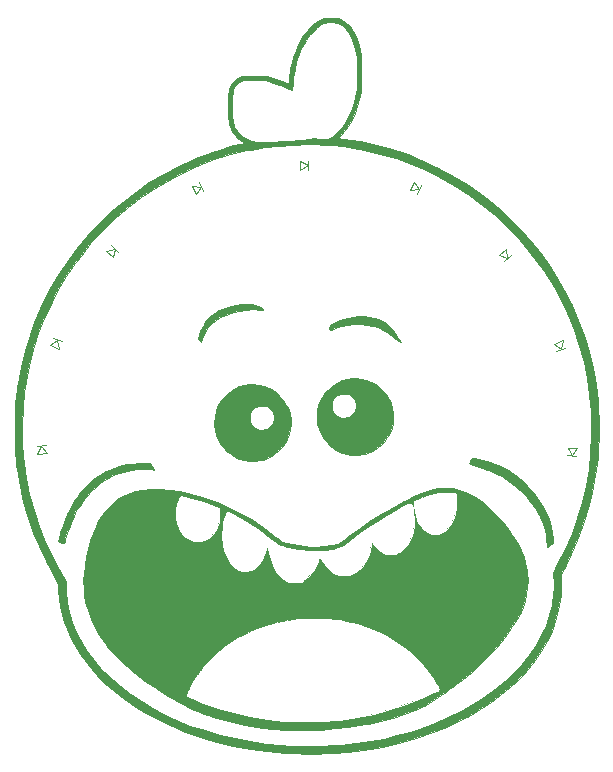
<source format=gto>
G04 #@! TF.FileFunction,Legend,Top*
%FSLAX46Y46*%
G04 Gerber Fmt 4.6, Leading zero omitted, Abs format (unit mm)*
G04 Created by KiCad (PCBNEW 4.0.7) date 05/30/18 20:17:33*
%MOMM*%
%LPD*%
G01*
G04 APERTURE LIST*
%ADD10C,0.100000*%
%ADD11C,0.010000*%
%ADD12C,0.150000*%
%ADD13C,2.100000*%
%ADD14O,2.100000X2.100000*%
%ADD15R,2.400000X2.100000*%
G04 APERTURE END LIST*
D10*
D11*
G36*
X102065667Y-65569400D02*
X102412263Y-65797240D01*
X102721619Y-66099497D01*
X102992617Y-66474012D01*
X103224133Y-66918625D01*
X103415047Y-67431178D01*
X103564238Y-68009510D01*
X103670585Y-68651464D01*
X103672096Y-68663556D01*
X103690561Y-68871616D01*
X103703987Y-69145786D01*
X103712493Y-69468685D01*
X103716196Y-69822938D01*
X103715217Y-70191165D01*
X103709674Y-70555988D01*
X103699685Y-70900031D01*
X103685370Y-71205914D01*
X103666847Y-71456260D01*
X103652125Y-71584395D01*
X103534668Y-72210332D01*
X103363701Y-72830700D01*
X103145157Y-73432201D01*
X102884973Y-74001539D01*
X102589081Y-74525417D01*
X102263417Y-74990537D01*
X101991565Y-75305015D01*
X101748167Y-75558974D01*
X102150334Y-75608136D01*
X103559380Y-75822572D01*
X104947152Y-76117717D01*
X106310583Y-76491598D01*
X107646602Y-76942238D01*
X108952143Y-77467662D01*
X110224137Y-78065894D01*
X111459516Y-78734959D01*
X112655212Y-79472881D01*
X113808155Y-80277685D01*
X114915279Y-81147395D01*
X115973515Y-82080035D01*
X116979795Y-83073631D01*
X117931050Y-84126205D01*
X118824213Y-85235784D01*
X119656214Y-86400390D01*
X120183257Y-87219148D01*
X120887719Y-88436612D01*
X121515855Y-89680267D01*
X122068841Y-90953591D01*
X122547852Y-92260063D01*
X122954064Y-93603162D01*
X123288654Y-94986367D01*
X123552797Y-96413157D01*
X123727652Y-97705333D01*
X123751734Y-97977007D01*
X123771535Y-98319433D01*
X123787055Y-98718806D01*
X123798293Y-99161321D01*
X123805249Y-99633171D01*
X123807925Y-100120551D01*
X123806319Y-100609656D01*
X123800432Y-101086680D01*
X123790263Y-101537817D01*
X123775813Y-101949261D01*
X123757082Y-102307207D01*
X123734070Y-102597849D01*
X123727652Y-102658333D01*
X123524675Y-104124970D01*
X123252680Y-105544354D01*
X122910726Y-106919568D01*
X122497877Y-108253693D01*
X122013192Y-109549813D01*
X121455734Y-110811008D01*
X120927995Y-111850409D01*
X120601448Y-112456559D01*
X120605797Y-113304196D01*
X120601691Y-113779590D01*
X120584723Y-114204367D01*
X120555548Y-114564112D01*
X120544172Y-114659833D01*
X120385720Y-115554051D01*
X120146064Y-116432166D01*
X119827475Y-117292234D01*
X119432224Y-118132311D01*
X118962580Y-118950452D01*
X118420816Y-119744714D01*
X117809201Y-120513152D01*
X117130006Y-121253821D01*
X116385502Y-121964777D01*
X115577959Y-122644077D01*
X114709648Y-123289774D01*
X113782840Y-123899927D01*
X112799806Y-124472589D01*
X111762815Y-125005817D01*
X110674139Y-125497666D01*
X109536049Y-125946193D01*
X108350814Y-126349452D01*
X107120707Y-126705499D01*
X106214334Y-126930185D01*
X105036258Y-127175951D01*
X103829697Y-127374555D01*
X102579070Y-127528250D01*
X101346000Y-127634023D01*
X101122104Y-127645609D01*
X100827922Y-127654920D01*
X100477807Y-127661971D01*
X100086107Y-127666778D01*
X99667175Y-127669357D01*
X99235361Y-127669723D01*
X98805016Y-127667893D01*
X98390489Y-127663883D01*
X98006133Y-127657708D01*
X97666298Y-127649385D01*
X97385334Y-127638928D01*
X97218500Y-127629459D01*
X95717282Y-127488826D01*
X94247678Y-127281522D01*
X92813288Y-127008676D01*
X91417713Y-126671417D01*
X90064553Y-126270875D01*
X88757410Y-125808179D01*
X87499882Y-125284458D01*
X86295572Y-124700844D01*
X85148079Y-124058464D01*
X84461025Y-123627424D01*
X83528690Y-122976834D01*
X82662130Y-122290646D01*
X81863495Y-121571447D01*
X81134933Y-120821825D01*
X80478594Y-120044367D01*
X79896625Y-119241660D01*
X79391177Y-118416293D01*
X78964397Y-117570852D01*
X78618435Y-116707925D01*
X78552369Y-116512899D01*
X78352941Y-115827004D01*
X78202979Y-115143850D01*
X78105625Y-114481303D01*
X78064025Y-113857231D01*
X78062667Y-113730403D01*
X78062667Y-113292143D01*
X77751786Y-112769488D01*
X77081353Y-111561611D01*
X76477215Y-110305977D01*
X75942431Y-109011125D01*
X75480058Y-107685598D01*
X75093157Y-106337936D01*
X74784784Y-104976681D01*
X74616165Y-104013000D01*
X74555965Y-103613624D01*
X74505917Y-103260805D01*
X74465101Y-102940763D01*
X74432597Y-102639720D01*
X74407486Y-102343897D01*
X74388849Y-102039516D01*
X74375764Y-101712797D01*
X74367312Y-101349962D01*
X74362574Y-100937232D01*
X74360630Y-100460829D01*
X74360418Y-100181833D01*
X74361030Y-99810659D01*
X74970850Y-99810659D01*
X74987216Y-101182639D01*
X75079905Y-102542884D01*
X75123574Y-102954667D01*
X75325723Y-104349118D01*
X75608507Y-105727881D01*
X75970171Y-107085828D01*
X76408963Y-108417832D01*
X76923127Y-109718768D01*
X77510909Y-110983508D01*
X78170554Y-112206926D01*
X78450676Y-112677905D01*
X78740000Y-113151311D01*
X78740135Y-113820905D01*
X78747535Y-114223212D01*
X78772212Y-114582901D01*
X78818150Y-114931208D01*
X78889330Y-115299366D01*
X78974349Y-115657976D01*
X79231428Y-116507259D01*
X79570013Y-117341105D01*
X79987964Y-118157193D01*
X80483143Y-118953202D01*
X81053412Y-119726810D01*
X81696630Y-120475697D01*
X82410659Y-121197540D01*
X83193360Y-121890019D01*
X84042595Y-122550811D01*
X84956223Y-123177597D01*
X85932107Y-123768053D01*
X86944737Y-124308178D01*
X88057723Y-124825410D01*
X89231789Y-125295218D01*
X90456003Y-125714707D01*
X91719434Y-126080983D01*
X93011151Y-126391151D01*
X94320223Y-126642316D01*
X95635718Y-126831585D01*
X96943334Y-126955825D01*
X97185143Y-126972990D01*
X97410444Y-126989438D01*
X97599520Y-127003698D01*
X97732651Y-127014297D01*
X97768834Y-127017459D01*
X97911635Y-127025404D01*
X98127179Y-127030337D01*
X98403605Y-127032477D01*
X98729051Y-127032043D01*
X99091655Y-127029253D01*
X99479555Y-127024326D01*
X99880889Y-127017480D01*
X100283796Y-127008935D01*
X100676414Y-126998909D01*
X101046881Y-126987621D01*
X101383336Y-126975289D01*
X101673916Y-126962132D01*
X101906759Y-126948368D01*
X102023334Y-126939031D01*
X103272908Y-126800539D01*
X104462905Y-126623797D01*
X105611051Y-126405093D01*
X106735069Y-126140720D01*
X107852684Y-125826965D01*
X108813487Y-125517785D01*
X109972291Y-125090558D01*
X111087689Y-124612358D01*
X112155534Y-124086011D01*
X113171677Y-123514344D01*
X114131968Y-122900181D01*
X115032261Y-122246350D01*
X115868405Y-121555677D01*
X116636254Y-120830988D01*
X117331657Y-120075109D01*
X117947223Y-119295333D01*
X118486091Y-118489539D01*
X118942225Y-117668129D01*
X119316433Y-116829235D01*
X119609521Y-115970992D01*
X119822299Y-115091534D01*
X119862465Y-114871500D01*
X119929037Y-114453509D01*
X119980375Y-114070118D01*
X120015577Y-113731338D01*
X120033741Y-113447181D01*
X120033966Y-113227658D01*
X120021284Y-113108648D01*
X119991426Y-112932912D01*
X119962937Y-112730496D01*
X119949753Y-112617891D01*
X119922169Y-112353950D01*
X120304891Y-111644225D01*
X120950615Y-110359683D01*
X121514856Y-109052193D01*
X121997509Y-107722163D01*
X122398474Y-106369999D01*
X122717647Y-104996110D01*
X122954925Y-103600902D01*
X123110207Y-102184782D01*
X123183390Y-100748158D01*
X123189656Y-100181833D01*
X123148212Y-98740391D01*
X123024432Y-97316995D01*
X122819143Y-95913809D01*
X122533172Y-94532993D01*
X122167346Y-93176711D01*
X121722492Y-91847125D01*
X121199437Y-90546397D01*
X120599008Y-89276689D01*
X119922033Y-88040163D01*
X119169338Y-86838982D01*
X118341751Y-85675308D01*
X117440098Y-84551303D01*
X117031673Y-84082787D01*
X116063887Y-83062238D01*
X115040206Y-82102971D01*
X113964387Y-81206966D01*
X112840188Y-80376199D01*
X111671368Y-79612648D01*
X110461684Y-78918290D01*
X109214894Y-78295104D01*
X107934757Y-77745065D01*
X106625030Y-77270153D01*
X105289472Y-76872345D01*
X103931841Y-76553618D01*
X102555894Y-76315949D01*
X102175282Y-76265125D01*
X101346261Y-76173443D01*
X100562454Y-76111023D01*
X99831800Y-76078186D01*
X99162241Y-76075250D01*
X98561716Y-76102536D01*
X98425000Y-76113961D01*
X98257933Y-76127860D01*
X98023803Y-76145267D01*
X97740081Y-76164993D01*
X97424242Y-76185845D01*
X97093758Y-76206635D01*
X96849120Y-76221333D01*
X96357884Y-76253207D01*
X95927907Y-76288671D01*
X95535782Y-76330860D01*
X95158102Y-76382910D01*
X94771460Y-76447956D01*
X94352451Y-76529136D01*
X94001167Y-76602860D01*
X92617616Y-76943066D01*
X91264697Y-77361517D01*
X89944822Y-77856631D01*
X88660403Y-78426828D01*
X87413850Y-79070526D01*
X86207576Y-79786145D01*
X85043991Y-80572104D01*
X83925508Y-81426823D01*
X82854538Y-82348720D01*
X81833492Y-83336214D01*
X80864782Y-84387725D01*
X79950819Y-85501672D01*
X79490903Y-86114826D01*
X78742984Y-87212646D01*
X78051867Y-88368066D01*
X77421493Y-89572550D01*
X76855803Y-90817562D01*
X76358738Y-92094565D01*
X75934237Y-93395023D01*
X75654966Y-94424500D01*
X75372865Y-95733866D01*
X75164357Y-97075318D01*
X75030124Y-98437901D01*
X74970850Y-99810659D01*
X74361030Y-99810659D01*
X74361268Y-99666660D01*
X74364431Y-99222364D01*
X74370826Y-98835165D01*
X74381374Y-98491285D01*
X74396994Y-98176945D01*
X74418607Y-97878367D01*
X74447131Y-97581772D01*
X74483487Y-97273380D01*
X74528594Y-96939415D01*
X74583373Y-96566095D01*
X74616165Y-96350667D01*
X74872917Y-94953390D01*
X75209177Y-93580824D01*
X75622647Y-92235848D01*
X76111033Y-90921340D01*
X76672037Y-89640177D01*
X77303364Y-88395239D01*
X78002718Y-87189403D01*
X78767803Y-86025548D01*
X79596322Y-84906552D01*
X80485979Y-83835293D01*
X81434479Y-82814650D01*
X82439525Y-81847500D01*
X83498822Y-80936723D01*
X84610072Y-80085196D01*
X85770981Y-79295798D01*
X86979251Y-78571407D01*
X88232588Y-77914901D01*
X89528694Y-77329159D01*
X89916000Y-77171446D01*
X90492457Y-76952211D01*
X91104464Y-76737122D01*
X91729543Y-76533256D01*
X92345212Y-76347689D01*
X92928994Y-76187497D01*
X93420876Y-76068103D01*
X93856586Y-75970496D01*
X93662730Y-75871976D01*
X93449264Y-75735739D01*
X93225529Y-75546450D01*
X93013552Y-75326794D01*
X92835356Y-75099460D01*
X92718440Y-74899266D01*
X92638674Y-74720534D01*
X92575364Y-74560549D01*
X92526629Y-74406165D01*
X92490587Y-74244240D01*
X92465354Y-74061627D01*
X92449048Y-73845185D01*
X92439787Y-73581768D01*
X92435689Y-73258232D01*
X92434858Y-72919167D01*
X92434892Y-72910273D01*
X92858623Y-72910273D01*
X92858625Y-72919167D01*
X92860584Y-73284679D01*
X92867546Y-73580465D01*
X92881713Y-73821421D01*
X92905288Y-74022439D01*
X92940470Y-74198416D01*
X92989464Y-74364244D01*
X93054469Y-74534819D01*
X93119673Y-74685134D01*
X93269967Y-74931178D01*
X93488702Y-75168070D01*
X93759697Y-75383843D01*
X94066773Y-75566528D01*
X94393750Y-75704156D01*
X94563708Y-75753323D01*
X94712522Y-75781118D01*
X94898470Y-75800136D01*
X95129056Y-75810386D01*
X95411782Y-75811874D01*
X95754150Y-75804608D01*
X96163663Y-75788596D01*
X96647824Y-75763844D01*
X96795167Y-75755499D01*
X97325635Y-75723809D01*
X97781666Y-75693991D01*
X98173442Y-75665172D01*
X98511149Y-75636482D01*
X98804971Y-75607046D01*
X99065092Y-75575995D01*
X99301697Y-75542454D01*
X99324877Y-75538864D01*
X99542628Y-75508581D01*
X99704751Y-75496785D01*
X99838102Y-75502873D01*
X99962087Y-75524559D01*
X100119261Y-75547531D01*
X100318413Y-75560059D01*
X100517216Y-75559524D01*
X100522711Y-75559279D01*
X100731384Y-75542225D01*
X100895222Y-75507117D01*
X101053628Y-75444401D01*
X101109448Y-75417021D01*
X101399107Y-75229187D01*
X101684710Y-74965628D01*
X101961523Y-74635283D01*
X102224813Y-74247091D01*
X102469846Y-73809991D01*
X102691887Y-73332922D01*
X102886204Y-72824823D01*
X103048061Y-72294633D01*
X103172726Y-71751290D01*
X103228791Y-71415062D01*
X103252673Y-71189234D01*
X103271087Y-70898880D01*
X103283881Y-70563972D01*
X103290900Y-70204483D01*
X103291989Y-69840386D01*
X103286994Y-69491653D01*
X103275760Y-69178259D01*
X103258133Y-68920175D01*
X103248763Y-68832889D01*
X103147465Y-68205193D01*
X103008453Y-67645902D01*
X102832535Y-67156669D01*
X102620518Y-66739146D01*
X102373209Y-66394985D01*
X102091417Y-66125837D01*
X101848949Y-65969433D01*
X101740538Y-65915867D01*
X101644101Y-65881110D01*
X101536416Y-65861146D01*
X101394257Y-65851958D01*
X101194399Y-65849529D01*
X101155500Y-65849500D01*
X100946512Y-65850948D01*
X100797359Y-65858455D01*
X100683219Y-65876760D01*
X100579273Y-65910607D01*
X100460697Y-65964735D01*
X100403609Y-65993128D01*
X100037198Y-66221849D01*
X99690454Y-66527112D01*
X99366423Y-66902439D01*
X99068151Y-67341353D01*
X98798687Y-67837376D01*
X98561076Y-68384032D01*
X98358366Y-68974841D01*
X98193604Y-69603328D01*
X98069836Y-70263014D01*
X97990110Y-70947421D01*
X97975302Y-71155505D01*
X97957221Y-71389406D01*
X97936378Y-71539852D01*
X97912580Y-71608018D01*
X97899928Y-71611803D01*
X97676607Y-71517104D01*
X97412182Y-71409485D01*
X97123048Y-71295178D01*
X96825600Y-71180412D01*
X96536234Y-71071419D01*
X96271345Y-70974429D01*
X96047328Y-70895674D01*
X95880579Y-70841383D01*
X95846666Y-70831493D01*
X95698657Y-70791647D01*
X95569326Y-70762348D01*
X95441266Y-70741990D01*
X95297064Y-70728966D01*
X95119313Y-70721670D01*
X94890602Y-70718495D01*
X94615000Y-70717833D01*
X94327289Y-70718433D01*
X94110040Y-70721122D01*
X93949054Y-70727237D01*
X93830130Y-70738111D01*
X93739068Y-70755080D01*
X93661667Y-70779480D01*
X93583726Y-70812646D01*
X93577834Y-70815353D01*
X93394690Y-70911605D01*
X93244383Y-71021427D01*
X93123900Y-71153629D01*
X93030229Y-71317022D01*
X92960358Y-71520419D01*
X92911274Y-71772632D01*
X92879965Y-72082470D01*
X92863418Y-72458747D01*
X92858623Y-72910273D01*
X92434892Y-72910273D01*
X92436406Y-72515236D01*
X92441937Y-72184649D01*
X92452758Y-71916124D01*
X92470172Y-71698380D01*
X92495486Y-71520134D01*
X92530004Y-71370107D01*
X92575031Y-71237016D01*
X92631872Y-71109581D01*
X92647886Y-71077667D01*
X92810888Y-70838101D01*
X93035967Y-70620491D01*
X93300540Y-70445732D01*
X93366167Y-70413065D01*
X93620167Y-70294500D01*
X94615000Y-70294500D01*
X94934716Y-70294947D01*
X95184333Y-70297073D01*
X95378418Y-70302052D01*
X95531537Y-70311062D01*
X95658256Y-70325277D01*
X95773142Y-70345874D01*
X95890762Y-70374029D01*
X96012939Y-70407345D01*
X96214074Y-70468842D01*
X96461430Y-70552210D01*
X96723230Y-70646379D01*
X96961478Y-70737794D01*
X97193047Y-70828710D01*
X97357767Y-70886340D01*
X97467043Y-70909723D01*
X97532280Y-70897897D01*
X97564883Y-70849900D01*
X97576259Y-70764768D01*
X97577685Y-70685805D01*
X97587768Y-70518245D01*
X97614655Y-70289787D01*
X97654897Y-70021739D01*
X97705044Y-69735410D01*
X97761645Y-69452109D01*
X97815828Y-69215000D01*
X97966670Y-68689912D01*
X98158154Y-68164199D01*
X98381138Y-67658276D01*
X98626480Y-67192559D01*
X98885040Y-66787464D01*
X98931218Y-66723987D01*
X99192259Y-66405686D01*
X99480514Y-66111336D01*
X99778505Y-65856675D01*
X100068752Y-65657443D01*
X100188522Y-65591885D01*
X100520500Y-65426167D01*
X101790500Y-65426167D01*
X102065667Y-65569400D01*
X102065667Y-65569400D01*
G37*
X102065667Y-65569400D02*
X102412263Y-65797240D01*
X102721619Y-66099497D01*
X102992617Y-66474012D01*
X103224133Y-66918625D01*
X103415047Y-67431178D01*
X103564238Y-68009510D01*
X103670585Y-68651464D01*
X103672096Y-68663556D01*
X103690561Y-68871616D01*
X103703987Y-69145786D01*
X103712493Y-69468685D01*
X103716196Y-69822938D01*
X103715217Y-70191165D01*
X103709674Y-70555988D01*
X103699685Y-70900031D01*
X103685370Y-71205914D01*
X103666847Y-71456260D01*
X103652125Y-71584395D01*
X103534668Y-72210332D01*
X103363701Y-72830700D01*
X103145157Y-73432201D01*
X102884973Y-74001539D01*
X102589081Y-74525417D01*
X102263417Y-74990537D01*
X101991565Y-75305015D01*
X101748167Y-75558974D01*
X102150334Y-75608136D01*
X103559380Y-75822572D01*
X104947152Y-76117717D01*
X106310583Y-76491598D01*
X107646602Y-76942238D01*
X108952143Y-77467662D01*
X110224137Y-78065894D01*
X111459516Y-78734959D01*
X112655212Y-79472881D01*
X113808155Y-80277685D01*
X114915279Y-81147395D01*
X115973515Y-82080035D01*
X116979795Y-83073631D01*
X117931050Y-84126205D01*
X118824213Y-85235784D01*
X119656214Y-86400390D01*
X120183257Y-87219148D01*
X120887719Y-88436612D01*
X121515855Y-89680267D01*
X122068841Y-90953591D01*
X122547852Y-92260063D01*
X122954064Y-93603162D01*
X123288654Y-94986367D01*
X123552797Y-96413157D01*
X123727652Y-97705333D01*
X123751734Y-97977007D01*
X123771535Y-98319433D01*
X123787055Y-98718806D01*
X123798293Y-99161321D01*
X123805249Y-99633171D01*
X123807925Y-100120551D01*
X123806319Y-100609656D01*
X123800432Y-101086680D01*
X123790263Y-101537817D01*
X123775813Y-101949261D01*
X123757082Y-102307207D01*
X123734070Y-102597849D01*
X123727652Y-102658333D01*
X123524675Y-104124970D01*
X123252680Y-105544354D01*
X122910726Y-106919568D01*
X122497877Y-108253693D01*
X122013192Y-109549813D01*
X121455734Y-110811008D01*
X120927995Y-111850409D01*
X120601448Y-112456559D01*
X120605797Y-113304196D01*
X120601691Y-113779590D01*
X120584723Y-114204367D01*
X120555548Y-114564112D01*
X120544172Y-114659833D01*
X120385720Y-115554051D01*
X120146064Y-116432166D01*
X119827475Y-117292234D01*
X119432224Y-118132311D01*
X118962580Y-118950452D01*
X118420816Y-119744714D01*
X117809201Y-120513152D01*
X117130006Y-121253821D01*
X116385502Y-121964777D01*
X115577959Y-122644077D01*
X114709648Y-123289774D01*
X113782840Y-123899927D01*
X112799806Y-124472589D01*
X111762815Y-125005817D01*
X110674139Y-125497666D01*
X109536049Y-125946193D01*
X108350814Y-126349452D01*
X107120707Y-126705499D01*
X106214334Y-126930185D01*
X105036258Y-127175951D01*
X103829697Y-127374555D01*
X102579070Y-127528250D01*
X101346000Y-127634023D01*
X101122104Y-127645609D01*
X100827922Y-127654920D01*
X100477807Y-127661971D01*
X100086107Y-127666778D01*
X99667175Y-127669357D01*
X99235361Y-127669723D01*
X98805016Y-127667893D01*
X98390489Y-127663883D01*
X98006133Y-127657708D01*
X97666298Y-127649385D01*
X97385334Y-127638928D01*
X97218500Y-127629459D01*
X95717282Y-127488826D01*
X94247678Y-127281522D01*
X92813288Y-127008676D01*
X91417713Y-126671417D01*
X90064553Y-126270875D01*
X88757410Y-125808179D01*
X87499882Y-125284458D01*
X86295572Y-124700844D01*
X85148079Y-124058464D01*
X84461025Y-123627424D01*
X83528690Y-122976834D01*
X82662130Y-122290646D01*
X81863495Y-121571447D01*
X81134933Y-120821825D01*
X80478594Y-120044367D01*
X79896625Y-119241660D01*
X79391177Y-118416293D01*
X78964397Y-117570852D01*
X78618435Y-116707925D01*
X78552369Y-116512899D01*
X78352941Y-115827004D01*
X78202979Y-115143850D01*
X78105625Y-114481303D01*
X78064025Y-113857231D01*
X78062667Y-113730403D01*
X78062667Y-113292143D01*
X77751786Y-112769488D01*
X77081353Y-111561611D01*
X76477215Y-110305977D01*
X75942431Y-109011125D01*
X75480058Y-107685598D01*
X75093157Y-106337936D01*
X74784784Y-104976681D01*
X74616165Y-104013000D01*
X74555965Y-103613624D01*
X74505917Y-103260805D01*
X74465101Y-102940763D01*
X74432597Y-102639720D01*
X74407486Y-102343897D01*
X74388849Y-102039516D01*
X74375764Y-101712797D01*
X74367312Y-101349962D01*
X74362574Y-100937232D01*
X74360630Y-100460829D01*
X74360418Y-100181833D01*
X74361030Y-99810659D01*
X74970850Y-99810659D01*
X74987216Y-101182639D01*
X75079905Y-102542884D01*
X75123574Y-102954667D01*
X75325723Y-104349118D01*
X75608507Y-105727881D01*
X75970171Y-107085828D01*
X76408963Y-108417832D01*
X76923127Y-109718768D01*
X77510909Y-110983508D01*
X78170554Y-112206926D01*
X78450676Y-112677905D01*
X78740000Y-113151311D01*
X78740135Y-113820905D01*
X78747535Y-114223212D01*
X78772212Y-114582901D01*
X78818150Y-114931208D01*
X78889330Y-115299366D01*
X78974349Y-115657976D01*
X79231428Y-116507259D01*
X79570013Y-117341105D01*
X79987964Y-118157193D01*
X80483143Y-118953202D01*
X81053412Y-119726810D01*
X81696630Y-120475697D01*
X82410659Y-121197540D01*
X83193360Y-121890019D01*
X84042595Y-122550811D01*
X84956223Y-123177597D01*
X85932107Y-123768053D01*
X86944737Y-124308178D01*
X88057723Y-124825410D01*
X89231789Y-125295218D01*
X90456003Y-125714707D01*
X91719434Y-126080983D01*
X93011151Y-126391151D01*
X94320223Y-126642316D01*
X95635718Y-126831585D01*
X96943334Y-126955825D01*
X97185143Y-126972990D01*
X97410444Y-126989438D01*
X97599520Y-127003698D01*
X97732651Y-127014297D01*
X97768834Y-127017459D01*
X97911635Y-127025404D01*
X98127179Y-127030337D01*
X98403605Y-127032477D01*
X98729051Y-127032043D01*
X99091655Y-127029253D01*
X99479555Y-127024326D01*
X99880889Y-127017480D01*
X100283796Y-127008935D01*
X100676414Y-126998909D01*
X101046881Y-126987621D01*
X101383336Y-126975289D01*
X101673916Y-126962132D01*
X101906759Y-126948368D01*
X102023334Y-126939031D01*
X103272908Y-126800539D01*
X104462905Y-126623797D01*
X105611051Y-126405093D01*
X106735069Y-126140720D01*
X107852684Y-125826965D01*
X108813487Y-125517785D01*
X109972291Y-125090558D01*
X111087689Y-124612358D01*
X112155534Y-124086011D01*
X113171677Y-123514344D01*
X114131968Y-122900181D01*
X115032261Y-122246350D01*
X115868405Y-121555677D01*
X116636254Y-120830988D01*
X117331657Y-120075109D01*
X117947223Y-119295333D01*
X118486091Y-118489539D01*
X118942225Y-117668129D01*
X119316433Y-116829235D01*
X119609521Y-115970992D01*
X119822299Y-115091534D01*
X119862465Y-114871500D01*
X119929037Y-114453509D01*
X119980375Y-114070118D01*
X120015577Y-113731338D01*
X120033741Y-113447181D01*
X120033966Y-113227658D01*
X120021284Y-113108648D01*
X119991426Y-112932912D01*
X119962937Y-112730496D01*
X119949753Y-112617891D01*
X119922169Y-112353950D01*
X120304891Y-111644225D01*
X120950615Y-110359683D01*
X121514856Y-109052193D01*
X121997509Y-107722163D01*
X122398474Y-106369999D01*
X122717647Y-104996110D01*
X122954925Y-103600902D01*
X123110207Y-102184782D01*
X123183390Y-100748158D01*
X123189656Y-100181833D01*
X123148212Y-98740391D01*
X123024432Y-97316995D01*
X122819143Y-95913809D01*
X122533172Y-94532993D01*
X122167346Y-93176711D01*
X121722492Y-91847125D01*
X121199437Y-90546397D01*
X120599008Y-89276689D01*
X119922033Y-88040163D01*
X119169338Y-86838982D01*
X118341751Y-85675308D01*
X117440098Y-84551303D01*
X117031673Y-84082787D01*
X116063887Y-83062238D01*
X115040206Y-82102971D01*
X113964387Y-81206966D01*
X112840188Y-80376199D01*
X111671368Y-79612648D01*
X110461684Y-78918290D01*
X109214894Y-78295104D01*
X107934757Y-77745065D01*
X106625030Y-77270153D01*
X105289472Y-76872345D01*
X103931841Y-76553618D01*
X102555894Y-76315949D01*
X102175282Y-76265125D01*
X101346261Y-76173443D01*
X100562454Y-76111023D01*
X99831800Y-76078186D01*
X99162241Y-76075250D01*
X98561716Y-76102536D01*
X98425000Y-76113961D01*
X98257933Y-76127860D01*
X98023803Y-76145267D01*
X97740081Y-76164993D01*
X97424242Y-76185845D01*
X97093758Y-76206635D01*
X96849120Y-76221333D01*
X96357884Y-76253207D01*
X95927907Y-76288671D01*
X95535782Y-76330860D01*
X95158102Y-76382910D01*
X94771460Y-76447956D01*
X94352451Y-76529136D01*
X94001167Y-76602860D01*
X92617616Y-76943066D01*
X91264697Y-77361517D01*
X89944822Y-77856631D01*
X88660403Y-78426828D01*
X87413850Y-79070526D01*
X86207576Y-79786145D01*
X85043991Y-80572104D01*
X83925508Y-81426823D01*
X82854538Y-82348720D01*
X81833492Y-83336214D01*
X80864782Y-84387725D01*
X79950819Y-85501672D01*
X79490903Y-86114826D01*
X78742984Y-87212646D01*
X78051867Y-88368066D01*
X77421493Y-89572550D01*
X76855803Y-90817562D01*
X76358738Y-92094565D01*
X75934237Y-93395023D01*
X75654966Y-94424500D01*
X75372865Y-95733866D01*
X75164357Y-97075318D01*
X75030124Y-98437901D01*
X74970850Y-99810659D01*
X74361030Y-99810659D01*
X74361268Y-99666660D01*
X74364431Y-99222364D01*
X74370826Y-98835165D01*
X74381374Y-98491285D01*
X74396994Y-98176945D01*
X74418607Y-97878367D01*
X74447131Y-97581772D01*
X74483487Y-97273380D01*
X74528594Y-96939415D01*
X74583373Y-96566095D01*
X74616165Y-96350667D01*
X74872917Y-94953390D01*
X75209177Y-93580824D01*
X75622647Y-92235848D01*
X76111033Y-90921340D01*
X76672037Y-89640177D01*
X77303364Y-88395239D01*
X78002718Y-87189403D01*
X78767803Y-86025548D01*
X79596322Y-84906552D01*
X80485979Y-83835293D01*
X81434479Y-82814650D01*
X82439525Y-81847500D01*
X83498822Y-80936723D01*
X84610072Y-80085196D01*
X85770981Y-79295798D01*
X86979251Y-78571407D01*
X88232588Y-77914901D01*
X89528694Y-77329159D01*
X89916000Y-77171446D01*
X90492457Y-76952211D01*
X91104464Y-76737122D01*
X91729543Y-76533256D01*
X92345212Y-76347689D01*
X92928994Y-76187497D01*
X93420876Y-76068103D01*
X93856586Y-75970496D01*
X93662730Y-75871976D01*
X93449264Y-75735739D01*
X93225529Y-75546450D01*
X93013552Y-75326794D01*
X92835356Y-75099460D01*
X92718440Y-74899266D01*
X92638674Y-74720534D01*
X92575364Y-74560549D01*
X92526629Y-74406165D01*
X92490587Y-74244240D01*
X92465354Y-74061627D01*
X92449048Y-73845185D01*
X92439787Y-73581768D01*
X92435689Y-73258232D01*
X92434858Y-72919167D01*
X92434892Y-72910273D01*
X92858623Y-72910273D01*
X92858625Y-72919167D01*
X92860584Y-73284679D01*
X92867546Y-73580465D01*
X92881713Y-73821421D01*
X92905288Y-74022439D01*
X92940470Y-74198416D01*
X92989464Y-74364244D01*
X93054469Y-74534819D01*
X93119673Y-74685134D01*
X93269967Y-74931178D01*
X93488702Y-75168070D01*
X93759697Y-75383843D01*
X94066773Y-75566528D01*
X94393750Y-75704156D01*
X94563708Y-75753323D01*
X94712522Y-75781118D01*
X94898470Y-75800136D01*
X95129056Y-75810386D01*
X95411782Y-75811874D01*
X95754150Y-75804608D01*
X96163663Y-75788596D01*
X96647824Y-75763844D01*
X96795167Y-75755499D01*
X97325635Y-75723809D01*
X97781666Y-75693991D01*
X98173442Y-75665172D01*
X98511149Y-75636482D01*
X98804971Y-75607046D01*
X99065092Y-75575995D01*
X99301697Y-75542454D01*
X99324877Y-75538864D01*
X99542628Y-75508581D01*
X99704751Y-75496785D01*
X99838102Y-75502873D01*
X99962087Y-75524559D01*
X100119261Y-75547531D01*
X100318413Y-75560059D01*
X100517216Y-75559524D01*
X100522711Y-75559279D01*
X100731384Y-75542225D01*
X100895222Y-75507117D01*
X101053628Y-75444401D01*
X101109448Y-75417021D01*
X101399107Y-75229187D01*
X101684710Y-74965628D01*
X101961523Y-74635283D01*
X102224813Y-74247091D01*
X102469846Y-73809991D01*
X102691887Y-73332922D01*
X102886204Y-72824823D01*
X103048061Y-72294633D01*
X103172726Y-71751290D01*
X103228791Y-71415062D01*
X103252673Y-71189234D01*
X103271087Y-70898880D01*
X103283881Y-70563972D01*
X103290900Y-70204483D01*
X103291989Y-69840386D01*
X103286994Y-69491653D01*
X103275760Y-69178259D01*
X103258133Y-68920175D01*
X103248763Y-68832889D01*
X103147465Y-68205193D01*
X103008453Y-67645902D01*
X102832535Y-67156669D01*
X102620518Y-66739146D01*
X102373209Y-66394985D01*
X102091417Y-66125837D01*
X101848949Y-65969433D01*
X101740538Y-65915867D01*
X101644101Y-65881110D01*
X101536416Y-65861146D01*
X101394257Y-65851958D01*
X101194399Y-65849529D01*
X101155500Y-65849500D01*
X100946512Y-65850948D01*
X100797359Y-65858455D01*
X100683219Y-65876760D01*
X100579273Y-65910607D01*
X100460697Y-65964735D01*
X100403609Y-65993128D01*
X100037198Y-66221849D01*
X99690454Y-66527112D01*
X99366423Y-66902439D01*
X99068151Y-67341353D01*
X98798687Y-67837376D01*
X98561076Y-68384032D01*
X98358366Y-68974841D01*
X98193604Y-69603328D01*
X98069836Y-70263014D01*
X97990110Y-70947421D01*
X97975302Y-71155505D01*
X97957221Y-71389406D01*
X97936378Y-71539852D01*
X97912580Y-71608018D01*
X97899928Y-71611803D01*
X97676607Y-71517104D01*
X97412182Y-71409485D01*
X97123048Y-71295178D01*
X96825600Y-71180412D01*
X96536234Y-71071419D01*
X96271345Y-70974429D01*
X96047328Y-70895674D01*
X95880579Y-70841383D01*
X95846666Y-70831493D01*
X95698657Y-70791647D01*
X95569326Y-70762348D01*
X95441266Y-70741990D01*
X95297064Y-70728966D01*
X95119313Y-70721670D01*
X94890602Y-70718495D01*
X94615000Y-70717833D01*
X94327289Y-70718433D01*
X94110040Y-70721122D01*
X93949054Y-70727237D01*
X93830130Y-70738111D01*
X93739068Y-70755080D01*
X93661667Y-70779480D01*
X93583726Y-70812646D01*
X93577834Y-70815353D01*
X93394690Y-70911605D01*
X93244383Y-71021427D01*
X93123900Y-71153629D01*
X93030229Y-71317022D01*
X92960358Y-71520419D01*
X92911274Y-71772632D01*
X92879965Y-72082470D01*
X92863418Y-72458747D01*
X92858623Y-72910273D01*
X92434892Y-72910273D01*
X92436406Y-72515236D01*
X92441937Y-72184649D01*
X92452758Y-71916124D01*
X92470172Y-71698380D01*
X92495486Y-71520134D01*
X92530004Y-71370107D01*
X92575031Y-71237016D01*
X92631872Y-71109581D01*
X92647886Y-71077667D01*
X92810888Y-70838101D01*
X93035967Y-70620491D01*
X93300540Y-70445732D01*
X93366167Y-70413065D01*
X93620167Y-70294500D01*
X94615000Y-70294500D01*
X94934716Y-70294947D01*
X95184333Y-70297073D01*
X95378418Y-70302052D01*
X95531537Y-70311062D01*
X95658256Y-70325277D01*
X95773142Y-70345874D01*
X95890762Y-70374029D01*
X96012939Y-70407345D01*
X96214074Y-70468842D01*
X96461430Y-70552210D01*
X96723230Y-70646379D01*
X96961478Y-70737794D01*
X97193047Y-70828710D01*
X97357767Y-70886340D01*
X97467043Y-70909723D01*
X97532280Y-70897897D01*
X97564883Y-70849900D01*
X97576259Y-70764768D01*
X97577685Y-70685805D01*
X97587768Y-70518245D01*
X97614655Y-70289787D01*
X97654897Y-70021739D01*
X97705044Y-69735410D01*
X97761645Y-69452109D01*
X97815828Y-69215000D01*
X97966670Y-68689912D01*
X98158154Y-68164199D01*
X98381138Y-67658276D01*
X98626480Y-67192559D01*
X98885040Y-66787464D01*
X98931218Y-66723987D01*
X99192259Y-66405686D01*
X99480514Y-66111336D01*
X99778505Y-65856675D01*
X100068752Y-65657443D01*
X100188522Y-65591885D01*
X100520500Y-65426167D01*
X101790500Y-65426167D01*
X102065667Y-65569400D01*
G36*
X111094204Y-105171219D02*
X111448244Y-105213736D01*
X111989488Y-105335945D01*
X112509438Y-105511842D01*
X113016076Y-105746074D01*
X113517381Y-106043285D01*
X114021336Y-106408121D01*
X114535919Y-106845229D01*
X114980375Y-107269802D01*
X115536724Y-107864579D01*
X116044734Y-108485923D01*
X116497884Y-109123896D01*
X116889656Y-109768559D01*
X117213529Y-110409972D01*
X117462984Y-111038197D01*
X117474266Y-111071723D01*
X117600898Y-111480361D01*
X117690297Y-111844339D01*
X117747277Y-112192485D01*
X117776647Y-112553630D01*
X117783411Y-112924167D01*
X117757397Y-113570224D01*
X117682274Y-114165117D01*
X117553605Y-114729600D01*
X117366953Y-115284432D01*
X117190745Y-115697000D01*
X116883338Y-116292567D01*
X116503346Y-116911899D01*
X116057051Y-117547971D01*
X115550740Y-118193762D01*
X114990697Y-118842248D01*
X114383205Y-119486406D01*
X113734551Y-120119213D01*
X113051018Y-120733644D01*
X112338891Y-121322679D01*
X111761042Y-121764837D01*
X111519044Y-121943776D01*
X111252468Y-122141383D01*
X110989524Y-122336716D01*
X110758426Y-122508834D01*
X110701743Y-122551154D01*
X109953607Y-123064700D01*
X109148809Y-123529097D01*
X108284540Y-123945474D01*
X107357992Y-124314962D01*
X106366358Y-124638690D01*
X105306830Y-124917789D01*
X104288167Y-125132643D01*
X103956312Y-125194218D01*
X103672933Y-125244189D01*
X103416364Y-125285630D01*
X103164940Y-125321615D01*
X102896994Y-125355219D01*
X102590859Y-125389516D01*
X102224872Y-125427580D01*
X102171384Y-125433004D01*
X101878143Y-125464885D01*
X101575464Y-125501623D01*
X101288443Y-125539912D01*
X101042176Y-125576446D01*
X100901500Y-125600302D01*
X100680436Y-125631619D01*
X100389237Y-125658465D01*
X100042334Y-125680471D01*
X99654160Y-125697266D01*
X99239146Y-125708479D01*
X98811726Y-125713741D01*
X98386330Y-125712679D01*
X97977390Y-125704925D01*
X97599339Y-125690108D01*
X97536000Y-125686680D01*
X96154024Y-125573962D01*
X94787205Y-125394314D01*
X93447564Y-125149872D01*
X92147124Y-124842767D01*
X91136114Y-124551220D01*
X90752083Y-124428277D01*
X90424113Y-124316149D01*
X90128335Y-124205196D01*
X89840880Y-124085778D01*
X89537878Y-123948255D01*
X89195459Y-123782986D01*
X89027000Y-123699415D01*
X88107697Y-123217962D01*
X87300453Y-122754990D01*
X88942334Y-122754990D01*
X88944449Y-122769849D01*
X88956766Y-122785634D01*
X88988238Y-122806359D01*
X89047819Y-122836035D01*
X89144463Y-122878674D01*
X89287125Y-122938288D01*
X89484758Y-123018889D01*
X89746317Y-123124491D01*
X89949648Y-123206344D01*
X91229588Y-123676740D01*
X92554047Y-124075926D01*
X93921036Y-124403443D01*
X95328571Y-124658832D01*
X96774663Y-124841634D01*
X97197334Y-124880695D01*
X97411043Y-124893605D01*
X97695368Y-124902891D01*
X98036937Y-124908728D01*
X98422378Y-124911291D01*
X98838321Y-124910754D01*
X99271395Y-124907290D01*
X99708227Y-124901074D01*
X100135447Y-124892281D01*
X100539683Y-124881084D01*
X100907564Y-124867657D01*
X101225720Y-124852176D01*
X101480777Y-124834813D01*
X101600000Y-124823335D01*
X103078855Y-124617371D01*
X104512760Y-124339993D01*
X105902674Y-123990925D01*
X107249556Y-123569893D01*
X108554364Y-123076621D01*
X109818058Y-122510835D01*
X110034963Y-122404388D01*
X110138272Y-122352516D01*
X110207775Y-122307471D01*
X110242363Y-122256321D01*
X110240926Y-122186135D01*
X110202354Y-122083982D01*
X110125538Y-121936930D01*
X110009368Y-121732048D01*
X109971603Y-121666000D01*
X109503387Y-120930640D01*
X108964258Y-120236388D01*
X108359064Y-119586553D01*
X107692654Y-118984444D01*
X106969874Y-118433373D01*
X106195574Y-117936647D01*
X105374601Y-117497576D01*
X104511803Y-117119471D01*
X103612030Y-116805641D01*
X102680127Y-116559395D01*
X102406263Y-116501439D01*
X101864773Y-116402654D01*
X101351614Y-116330508D01*
X100838765Y-116282354D01*
X100298205Y-116255546D01*
X99716167Y-116247436D01*
X98691399Y-116280518D01*
X97711538Y-116381116D01*
X96767827Y-116551257D01*
X95851511Y-116792967D01*
X94953833Y-117108275D01*
X94066037Y-117499206D01*
X93853000Y-117604742D01*
X93036423Y-118059939D01*
X92270123Y-118572413D01*
X91559082Y-119137581D01*
X90908280Y-119750862D01*
X90322699Y-120407672D01*
X89807320Y-121103432D01*
X89483809Y-121623667D01*
X89378914Y-121812901D01*
X89270639Y-122019500D01*
X89166543Y-122227675D01*
X89074183Y-122421636D01*
X89001115Y-122585593D01*
X88954898Y-122703755D01*
X88942334Y-122754990D01*
X87300453Y-122754990D01*
X87210179Y-122703216D01*
X86342958Y-122161290D01*
X85514549Y-121598296D01*
X84733466Y-121020346D01*
X84008223Y-120433552D01*
X83347335Y-119844027D01*
X82759314Y-119257883D01*
X82600131Y-119085538D01*
X82261492Y-118699307D01*
X81975292Y-118343691D01*
X81726951Y-117997561D01*
X81501889Y-117639792D01*
X81285527Y-117249257D01*
X81152704Y-116988167D01*
X80811008Y-116235604D01*
X80542432Y-115506233D01*
X80347960Y-114803441D01*
X80228578Y-114130613D01*
X80190254Y-113680113D01*
X80187725Y-113088512D01*
X80227959Y-112443529D01*
X80308162Y-111763148D01*
X80425543Y-111065355D01*
X80577308Y-110368132D01*
X80760664Y-109689466D01*
X80858372Y-109377719D01*
X81132493Y-108647784D01*
X81451686Y-107988709D01*
X81815738Y-107400755D01*
X81955801Y-107223720D01*
X88017123Y-107223720D01*
X88017195Y-107535494D01*
X88037133Y-107830666D01*
X88076581Y-108074761D01*
X88208379Y-108474989D01*
X88402218Y-108836988D01*
X88649955Y-109150892D01*
X88943451Y-109406835D01*
X89274564Y-109594951D01*
X89359071Y-109629039D01*
X89519470Y-109663259D01*
X89756837Y-109676069D01*
X89916000Y-109673917D01*
X90115396Y-109664763D01*
X90259448Y-109647788D01*
X90377474Y-109616150D01*
X90498792Y-109563006D01*
X90586199Y-109517500D01*
X90885496Y-109311750D01*
X91079324Y-109113214D01*
X91948000Y-109113214D01*
X91979017Y-109727208D01*
X92071790Y-110286815D01*
X92225904Y-110790799D01*
X92440945Y-111237926D01*
X92716497Y-111626959D01*
X92837000Y-111759318D01*
X93053430Y-111958467D01*
X93259557Y-112091397D01*
X93480390Y-112168839D01*
X93740932Y-112201529D01*
X93874167Y-112204500D01*
X94160020Y-112188055D01*
X94395193Y-112131565D01*
X94604692Y-112024297D01*
X94813524Y-111855517D01*
X94911334Y-111759318D01*
X95174977Y-111444331D01*
X95390347Y-111086024D01*
X95562921Y-110673181D01*
X95698176Y-110194584D01*
X95717182Y-110109000D01*
X95753643Y-109943255D01*
X95776722Y-109853870D01*
X95789631Y-109834181D01*
X95795587Y-109877524D01*
X95797355Y-109942790D01*
X95806096Y-110073200D01*
X95826870Y-110255013D01*
X95855846Y-110456466D01*
X95868688Y-110534341D01*
X95986484Y-111059829D01*
X96150104Y-111544095D01*
X96355188Y-111980603D01*
X96597380Y-112362817D01*
X96872320Y-112684201D01*
X97175652Y-112938218D01*
X97503018Y-113118331D01*
X97620667Y-113162113D01*
X97710207Y-113176595D01*
X97857789Y-113185322D01*
X98036910Y-113187019D01*
X98107500Y-113185561D01*
X98303400Y-113176435D01*
X98445985Y-113157838D01*
X98566580Y-113122334D01*
X98696514Y-113062492D01*
X98754407Y-113032062D01*
X98987709Y-112876518D01*
X99227411Y-112663016D01*
X99451882Y-112413491D01*
X99639490Y-112149877D01*
X99662862Y-112110907D01*
X99736494Y-111975002D01*
X99819428Y-111806626D01*
X99903021Y-111625400D01*
X99978629Y-111450944D01*
X100037610Y-111302879D01*
X100071322Y-111200826D01*
X100076000Y-111173032D01*
X100090001Y-111105098D01*
X100119740Y-111015468D01*
X100143013Y-110962080D01*
X100165896Y-110948590D01*
X100197970Y-110984624D01*
X100248815Y-111079806D01*
X100310394Y-111206984D01*
X100548448Y-111619843D01*
X100834619Y-111963817D01*
X101171078Y-112241135D01*
X101497495Y-112425770D01*
X101612538Y-112476459D01*
X101714711Y-112510066D01*
X101826386Y-112530052D01*
X101969937Y-112539880D01*
X102167735Y-112543012D01*
X102256167Y-112543167D01*
X102476247Y-112541854D01*
X102634406Y-112535373D01*
X102753379Y-112519913D01*
X102855901Y-112491658D01*
X102964707Y-112446798D01*
X103039334Y-112411819D01*
X103414732Y-112186398D01*
X103742487Y-111892719D01*
X104020034Y-111534191D01*
X104244810Y-111114224D01*
X104414250Y-110636229D01*
X104436083Y-110554478D01*
X104479097Y-110344713D01*
X104509645Y-110116366D01*
X104521000Y-109922665D01*
X104521000Y-109622873D01*
X104689124Y-109880178D01*
X104922196Y-110181671D01*
X105194049Y-110440515D01*
X105483132Y-110636371D01*
X105499629Y-110645188D01*
X105611130Y-110700038D01*
X105710465Y-110735110D01*
X105822015Y-110754756D01*
X105970156Y-110763324D01*
X106172000Y-110765167D01*
X106378965Y-110763189D01*
X106525678Y-110754356D01*
X106636519Y-110734318D01*
X106735864Y-110698725D01*
X106844372Y-110645188D01*
X107171509Y-110426101D01*
X107461601Y-110135982D01*
X107709838Y-109782091D01*
X107911409Y-109371685D01*
X108061502Y-108912025D01*
X108098475Y-108752870D01*
X108147217Y-108414203D01*
X108164791Y-108032051D01*
X108152700Y-107632645D01*
X108112446Y-107242221D01*
X108045532Y-106887011D01*
X107978519Y-106658833D01*
X107928004Y-106547281D01*
X107872940Y-106501960D01*
X107829023Y-106499438D01*
X107754245Y-106524587D01*
X107616961Y-106587384D01*
X107427484Y-106682279D01*
X107196126Y-106803720D01*
X106933196Y-106946157D01*
X106649009Y-107104038D01*
X106353874Y-107271812D01*
X106058103Y-107443929D01*
X105898244Y-107538822D01*
X105375012Y-107860114D01*
X104828281Y-108211019D01*
X104276021Y-108579222D01*
X103736204Y-108952410D01*
X103226801Y-109318270D01*
X102765782Y-109664488D01*
X102554751Y-109829792D01*
X102355331Y-109984125D01*
X102196445Y-110094032D01*
X102056247Y-110172332D01*
X101912888Y-110231843D01*
X101813494Y-110264723D01*
X101188074Y-110425792D01*
X100546517Y-110525287D01*
X99879964Y-110563371D01*
X99179556Y-110540210D01*
X98436434Y-110455967D01*
X97779452Y-110339489D01*
X97473915Y-110276006D01*
X97235486Y-110221202D01*
X97047997Y-110168470D01*
X96895282Y-110111209D01*
X96761172Y-110042812D01*
X96629500Y-109956675D01*
X96484098Y-109846195D01*
X96393000Y-109773133D01*
X95729646Y-109254401D01*
X95080360Y-108785617D01*
X94421289Y-108351119D01*
X93728574Y-107935246D01*
X92978362Y-107522337D01*
X92907751Y-107485071D01*
X92682914Y-107365896D01*
X92521455Y-107284535D01*
X92409895Y-107243292D01*
X92334752Y-107244470D01*
X92282545Y-107290372D01*
X92239794Y-107383302D01*
X92193018Y-107525563D01*
X92165213Y-107611936D01*
X92053277Y-108018145D01*
X91983211Y-108436836D01*
X91951107Y-108895021D01*
X91948000Y-109113214D01*
X91079324Y-109113214D01*
X91152126Y-109038645D01*
X91375747Y-108712498D01*
X91546018Y-108347626D01*
X91628419Y-108074761D01*
X91657725Y-107903233D01*
X91679965Y-107681493D01*
X91692062Y-107443899D01*
X91693374Y-107349738D01*
X91694000Y-106897643D01*
X91154250Y-106687463D01*
X90499676Y-106449177D01*
X89812629Y-106229230D01*
X89138159Y-106041822D01*
X88985729Y-106003887D01*
X88785134Y-105955668D01*
X88615191Y-105915729D01*
X88492319Y-105887863D01*
X88432941Y-105875864D01*
X88430624Y-105875667D01*
X88392933Y-105912590D01*
X88336407Y-106010685D01*
X88269390Y-106150939D01*
X88200229Y-106314339D01*
X88137269Y-106481871D01*
X88088857Y-106634523D01*
X88076581Y-106682239D01*
X88036919Y-106928312D01*
X88017123Y-107223720D01*
X81955801Y-107223720D01*
X82224432Y-106884181D01*
X82677553Y-106439248D01*
X83174886Y-106066215D01*
X83716216Y-105765343D01*
X83925834Y-105673093D01*
X84540817Y-105464910D01*
X85204558Y-105325834D01*
X85916913Y-105255856D01*
X86677734Y-105254970D01*
X87486876Y-105323167D01*
X88344193Y-105460440D01*
X89249539Y-105666781D01*
X90202768Y-105942182D01*
X90436070Y-106017702D01*
X91460654Y-106393777D01*
X92488880Y-106844503D01*
X93506315Y-107361818D01*
X94498531Y-107937656D01*
X95451095Y-108563955D01*
X96349579Y-109232650D01*
X96699806Y-109517893D01*
X96853125Y-109640417D01*
X96980613Y-109722386D01*
X97115382Y-109780432D01*
X97290542Y-109831189D01*
X97355973Y-109847495D01*
X97837087Y-109951652D01*
X98367960Y-110043037D01*
X98913998Y-110116126D01*
X99255852Y-110150787D01*
X99905819Y-110171628D01*
X100573817Y-110125721D01*
X101231389Y-110016117D01*
X101727000Y-109885811D01*
X101845497Y-109830907D01*
X102018393Y-109724979D01*
X102237156Y-109573644D01*
X102493258Y-109382520D01*
X102506022Y-109372691D01*
X103512514Y-108627247D01*
X104544166Y-107922482D01*
X105585950Y-107267875D01*
X106622841Y-106672904D01*
X107324450Y-106308225D01*
X108161667Y-106308225D01*
X108161667Y-106553889D01*
X108190683Y-106927762D01*
X108271920Y-107329413D01*
X108396664Y-107727837D01*
X108556201Y-108092032D01*
X108632533Y-108229071D01*
X108765952Y-108417554D01*
X108935018Y-108608389D01*
X109120403Y-108783528D01*
X109302777Y-108924921D01*
X109462812Y-109014519D01*
X109481131Y-109021479D01*
X109699958Y-109070875D01*
X109957731Y-109087219D01*
X110215404Y-109070405D01*
X110423214Y-109024071D01*
X110595532Y-108937134D01*
X110789135Y-108794044D01*
X110984427Y-108612791D01*
X111161814Y-108411365D01*
X111289134Y-108229071D01*
X111491491Y-107827330D01*
X111635849Y-107386957D01*
X111724379Y-106898850D01*
X111759252Y-106353905D01*
X111760000Y-106254432D01*
X111759592Y-106021301D01*
X111750545Y-105852257D01*
X111721125Y-105736530D01*
X111659600Y-105663353D01*
X111554235Y-105621956D01*
X111393297Y-105601573D01*
X111165053Y-105591433D01*
X111032964Y-105587203D01*
X110663150Y-105586775D01*
X110312493Y-105613395D01*
X109963511Y-105670833D01*
X109598720Y-105762863D01*
X109200635Y-105893254D01*
X108751773Y-106065779D01*
X108681701Y-106094407D01*
X108161667Y-106308225D01*
X107324450Y-106308225D01*
X107547834Y-106192116D01*
X108189967Y-105888929D01*
X108775952Y-105640945D01*
X109312374Y-105446510D01*
X109805823Y-105303973D01*
X110262885Y-105211680D01*
X110690150Y-105167980D01*
X111094204Y-105171219D01*
X111094204Y-105171219D01*
G37*
X111094204Y-105171219D02*
X111448244Y-105213736D01*
X111989488Y-105335945D01*
X112509438Y-105511842D01*
X113016076Y-105746074D01*
X113517381Y-106043285D01*
X114021336Y-106408121D01*
X114535919Y-106845229D01*
X114980375Y-107269802D01*
X115536724Y-107864579D01*
X116044734Y-108485923D01*
X116497884Y-109123896D01*
X116889656Y-109768559D01*
X117213529Y-110409972D01*
X117462984Y-111038197D01*
X117474266Y-111071723D01*
X117600898Y-111480361D01*
X117690297Y-111844339D01*
X117747277Y-112192485D01*
X117776647Y-112553630D01*
X117783411Y-112924167D01*
X117757397Y-113570224D01*
X117682274Y-114165117D01*
X117553605Y-114729600D01*
X117366953Y-115284432D01*
X117190745Y-115697000D01*
X116883338Y-116292567D01*
X116503346Y-116911899D01*
X116057051Y-117547971D01*
X115550740Y-118193762D01*
X114990697Y-118842248D01*
X114383205Y-119486406D01*
X113734551Y-120119213D01*
X113051018Y-120733644D01*
X112338891Y-121322679D01*
X111761042Y-121764837D01*
X111519044Y-121943776D01*
X111252468Y-122141383D01*
X110989524Y-122336716D01*
X110758426Y-122508834D01*
X110701743Y-122551154D01*
X109953607Y-123064700D01*
X109148809Y-123529097D01*
X108284540Y-123945474D01*
X107357992Y-124314962D01*
X106366358Y-124638690D01*
X105306830Y-124917789D01*
X104288167Y-125132643D01*
X103956312Y-125194218D01*
X103672933Y-125244189D01*
X103416364Y-125285630D01*
X103164940Y-125321615D01*
X102896994Y-125355219D01*
X102590859Y-125389516D01*
X102224872Y-125427580D01*
X102171384Y-125433004D01*
X101878143Y-125464885D01*
X101575464Y-125501623D01*
X101288443Y-125539912D01*
X101042176Y-125576446D01*
X100901500Y-125600302D01*
X100680436Y-125631619D01*
X100389237Y-125658465D01*
X100042334Y-125680471D01*
X99654160Y-125697266D01*
X99239146Y-125708479D01*
X98811726Y-125713741D01*
X98386330Y-125712679D01*
X97977390Y-125704925D01*
X97599339Y-125690108D01*
X97536000Y-125686680D01*
X96154024Y-125573962D01*
X94787205Y-125394314D01*
X93447564Y-125149872D01*
X92147124Y-124842767D01*
X91136114Y-124551220D01*
X90752083Y-124428277D01*
X90424113Y-124316149D01*
X90128335Y-124205196D01*
X89840880Y-124085778D01*
X89537878Y-123948255D01*
X89195459Y-123782986D01*
X89027000Y-123699415D01*
X88107697Y-123217962D01*
X87300453Y-122754990D01*
X88942334Y-122754990D01*
X88944449Y-122769849D01*
X88956766Y-122785634D01*
X88988238Y-122806359D01*
X89047819Y-122836035D01*
X89144463Y-122878674D01*
X89287125Y-122938288D01*
X89484758Y-123018889D01*
X89746317Y-123124491D01*
X89949648Y-123206344D01*
X91229588Y-123676740D01*
X92554047Y-124075926D01*
X93921036Y-124403443D01*
X95328571Y-124658832D01*
X96774663Y-124841634D01*
X97197334Y-124880695D01*
X97411043Y-124893605D01*
X97695368Y-124902891D01*
X98036937Y-124908728D01*
X98422378Y-124911291D01*
X98838321Y-124910754D01*
X99271395Y-124907290D01*
X99708227Y-124901074D01*
X100135447Y-124892281D01*
X100539683Y-124881084D01*
X100907564Y-124867657D01*
X101225720Y-124852176D01*
X101480777Y-124834813D01*
X101600000Y-124823335D01*
X103078855Y-124617371D01*
X104512760Y-124339993D01*
X105902674Y-123990925D01*
X107249556Y-123569893D01*
X108554364Y-123076621D01*
X109818058Y-122510835D01*
X110034963Y-122404388D01*
X110138272Y-122352516D01*
X110207775Y-122307471D01*
X110242363Y-122256321D01*
X110240926Y-122186135D01*
X110202354Y-122083982D01*
X110125538Y-121936930D01*
X110009368Y-121732048D01*
X109971603Y-121666000D01*
X109503387Y-120930640D01*
X108964258Y-120236388D01*
X108359064Y-119586553D01*
X107692654Y-118984444D01*
X106969874Y-118433373D01*
X106195574Y-117936647D01*
X105374601Y-117497576D01*
X104511803Y-117119471D01*
X103612030Y-116805641D01*
X102680127Y-116559395D01*
X102406263Y-116501439D01*
X101864773Y-116402654D01*
X101351614Y-116330508D01*
X100838765Y-116282354D01*
X100298205Y-116255546D01*
X99716167Y-116247436D01*
X98691399Y-116280518D01*
X97711538Y-116381116D01*
X96767827Y-116551257D01*
X95851511Y-116792967D01*
X94953833Y-117108275D01*
X94066037Y-117499206D01*
X93853000Y-117604742D01*
X93036423Y-118059939D01*
X92270123Y-118572413D01*
X91559082Y-119137581D01*
X90908280Y-119750862D01*
X90322699Y-120407672D01*
X89807320Y-121103432D01*
X89483809Y-121623667D01*
X89378914Y-121812901D01*
X89270639Y-122019500D01*
X89166543Y-122227675D01*
X89074183Y-122421636D01*
X89001115Y-122585593D01*
X88954898Y-122703755D01*
X88942334Y-122754990D01*
X87300453Y-122754990D01*
X87210179Y-122703216D01*
X86342958Y-122161290D01*
X85514549Y-121598296D01*
X84733466Y-121020346D01*
X84008223Y-120433552D01*
X83347335Y-119844027D01*
X82759314Y-119257883D01*
X82600131Y-119085538D01*
X82261492Y-118699307D01*
X81975292Y-118343691D01*
X81726951Y-117997561D01*
X81501889Y-117639792D01*
X81285527Y-117249257D01*
X81152704Y-116988167D01*
X80811008Y-116235604D01*
X80542432Y-115506233D01*
X80347960Y-114803441D01*
X80228578Y-114130613D01*
X80190254Y-113680113D01*
X80187725Y-113088512D01*
X80227959Y-112443529D01*
X80308162Y-111763148D01*
X80425543Y-111065355D01*
X80577308Y-110368132D01*
X80760664Y-109689466D01*
X80858372Y-109377719D01*
X81132493Y-108647784D01*
X81451686Y-107988709D01*
X81815738Y-107400755D01*
X81955801Y-107223720D01*
X88017123Y-107223720D01*
X88017195Y-107535494D01*
X88037133Y-107830666D01*
X88076581Y-108074761D01*
X88208379Y-108474989D01*
X88402218Y-108836988D01*
X88649955Y-109150892D01*
X88943451Y-109406835D01*
X89274564Y-109594951D01*
X89359071Y-109629039D01*
X89519470Y-109663259D01*
X89756837Y-109676069D01*
X89916000Y-109673917D01*
X90115396Y-109664763D01*
X90259448Y-109647788D01*
X90377474Y-109616150D01*
X90498792Y-109563006D01*
X90586199Y-109517500D01*
X90885496Y-109311750D01*
X91079324Y-109113214D01*
X91948000Y-109113214D01*
X91979017Y-109727208D01*
X92071790Y-110286815D01*
X92225904Y-110790799D01*
X92440945Y-111237926D01*
X92716497Y-111626959D01*
X92837000Y-111759318D01*
X93053430Y-111958467D01*
X93259557Y-112091397D01*
X93480390Y-112168839D01*
X93740932Y-112201529D01*
X93874167Y-112204500D01*
X94160020Y-112188055D01*
X94395193Y-112131565D01*
X94604692Y-112024297D01*
X94813524Y-111855517D01*
X94911334Y-111759318D01*
X95174977Y-111444331D01*
X95390347Y-111086024D01*
X95562921Y-110673181D01*
X95698176Y-110194584D01*
X95717182Y-110109000D01*
X95753643Y-109943255D01*
X95776722Y-109853870D01*
X95789631Y-109834181D01*
X95795587Y-109877524D01*
X95797355Y-109942790D01*
X95806096Y-110073200D01*
X95826870Y-110255013D01*
X95855846Y-110456466D01*
X95868688Y-110534341D01*
X95986484Y-111059829D01*
X96150104Y-111544095D01*
X96355188Y-111980603D01*
X96597380Y-112362817D01*
X96872320Y-112684201D01*
X97175652Y-112938218D01*
X97503018Y-113118331D01*
X97620667Y-113162113D01*
X97710207Y-113176595D01*
X97857789Y-113185322D01*
X98036910Y-113187019D01*
X98107500Y-113185561D01*
X98303400Y-113176435D01*
X98445985Y-113157838D01*
X98566580Y-113122334D01*
X98696514Y-113062492D01*
X98754407Y-113032062D01*
X98987709Y-112876518D01*
X99227411Y-112663016D01*
X99451882Y-112413491D01*
X99639490Y-112149877D01*
X99662862Y-112110907D01*
X99736494Y-111975002D01*
X99819428Y-111806626D01*
X99903021Y-111625400D01*
X99978629Y-111450944D01*
X100037610Y-111302879D01*
X100071322Y-111200826D01*
X100076000Y-111173032D01*
X100090001Y-111105098D01*
X100119740Y-111015468D01*
X100143013Y-110962080D01*
X100165896Y-110948590D01*
X100197970Y-110984624D01*
X100248815Y-111079806D01*
X100310394Y-111206984D01*
X100548448Y-111619843D01*
X100834619Y-111963817D01*
X101171078Y-112241135D01*
X101497495Y-112425770D01*
X101612538Y-112476459D01*
X101714711Y-112510066D01*
X101826386Y-112530052D01*
X101969937Y-112539880D01*
X102167735Y-112543012D01*
X102256167Y-112543167D01*
X102476247Y-112541854D01*
X102634406Y-112535373D01*
X102753379Y-112519913D01*
X102855901Y-112491658D01*
X102964707Y-112446798D01*
X103039334Y-112411819D01*
X103414732Y-112186398D01*
X103742487Y-111892719D01*
X104020034Y-111534191D01*
X104244810Y-111114224D01*
X104414250Y-110636229D01*
X104436083Y-110554478D01*
X104479097Y-110344713D01*
X104509645Y-110116366D01*
X104521000Y-109922665D01*
X104521000Y-109622873D01*
X104689124Y-109880178D01*
X104922196Y-110181671D01*
X105194049Y-110440515D01*
X105483132Y-110636371D01*
X105499629Y-110645188D01*
X105611130Y-110700038D01*
X105710465Y-110735110D01*
X105822015Y-110754756D01*
X105970156Y-110763324D01*
X106172000Y-110765167D01*
X106378965Y-110763189D01*
X106525678Y-110754356D01*
X106636519Y-110734318D01*
X106735864Y-110698725D01*
X106844372Y-110645188D01*
X107171509Y-110426101D01*
X107461601Y-110135982D01*
X107709838Y-109782091D01*
X107911409Y-109371685D01*
X108061502Y-108912025D01*
X108098475Y-108752870D01*
X108147217Y-108414203D01*
X108164791Y-108032051D01*
X108152700Y-107632645D01*
X108112446Y-107242221D01*
X108045532Y-106887011D01*
X107978519Y-106658833D01*
X107928004Y-106547281D01*
X107872940Y-106501960D01*
X107829023Y-106499438D01*
X107754245Y-106524587D01*
X107616961Y-106587384D01*
X107427484Y-106682279D01*
X107196126Y-106803720D01*
X106933196Y-106946157D01*
X106649009Y-107104038D01*
X106353874Y-107271812D01*
X106058103Y-107443929D01*
X105898244Y-107538822D01*
X105375012Y-107860114D01*
X104828281Y-108211019D01*
X104276021Y-108579222D01*
X103736204Y-108952410D01*
X103226801Y-109318270D01*
X102765782Y-109664488D01*
X102554751Y-109829792D01*
X102355331Y-109984125D01*
X102196445Y-110094032D01*
X102056247Y-110172332D01*
X101912888Y-110231843D01*
X101813494Y-110264723D01*
X101188074Y-110425792D01*
X100546517Y-110525287D01*
X99879964Y-110563371D01*
X99179556Y-110540210D01*
X98436434Y-110455967D01*
X97779452Y-110339489D01*
X97473915Y-110276006D01*
X97235486Y-110221202D01*
X97047997Y-110168470D01*
X96895282Y-110111209D01*
X96761172Y-110042812D01*
X96629500Y-109956675D01*
X96484098Y-109846195D01*
X96393000Y-109773133D01*
X95729646Y-109254401D01*
X95080360Y-108785617D01*
X94421289Y-108351119D01*
X93728574Y-107935246D01*
X92978362Y-107522337D01*
X92907751Y-107485071D01*
X92682914Y-107365896D01*
X92521455Y-107284535D01*
X92409895Y-107243292D01*
X92334752Y-107244470D01*
X92282545Y-107290372D01*
X92239794Y-107383302D01*
X92193018Y-107525563D01*
X92165213Y-107611936D01*
X92053277Y-108018145D01*
X91983211Y-108436836D01*
X91951107Y-108895021D01*
X91948000Y-109113214D01*
X91079324Y-109113214D01*
X91152126Y-109038645D01*
X91375747Y-108712498D01*
X91546018Y-108347626D01*
X91628419Y-108074761D01*
X91657725Y-107903233D01*
X91679965Y-107681493D01*
X91692062Y-107443899D01*
X91693374Y-107349738D01*
X91694000Y-106897643D01*
X91154250Y-106687463D01*
X90499676Y-106449177D01*
X89812629Y-106229230D01*
X89138159Y-106041822D01*
X88985729Y-106003887D01*
X88785134Y-105955668D01*
X88615191Y-105915729D01*
X88492319Y-105887863D01*
X88432941Y-105875864D01*
X88430624Y-105875667D01*
X88392933Y-105912590D01*
X88336407Y-106010685D01*
X88269390Y-106150939D01*
X88200229Y-106314339D01*
X88137269Y-106481871D01*
X88088857Y-106634523D01*
X88076581Y-106682239D01*
X88036919Y-106928312D01*
X88017123Y-107223720D01*
X81955801Y-107223720D01*
X82224432Y-106884181D01*
X82677553Y-106439248D01*
X83174886Y-106066215D01*
X83716216Y-105765343D01*
X83925834Y-105673093D01*
X84540817Y-105464910D01*
X85204558Y-105325834D01*
X85916913Y-105255856D01*
X86677734Y-105254970D01*
X87486876Y-105323167D01*
X88344193Y-105460440D01*
X89249539Y-105666781D01*
X90202768Y-105942182D01*
X90436070Y-106017702D01*
X91460654Y-106393777D01*
X92488880Y-106844503D01*
X93506315Y-107361818D01*
X94498531Y-107937656D01*
X95451095Y-108563955D01*
X96349579Y-109232650D01*
X96699806Y-109517893D01*
X96853125Y-109640417D01*
X96980613Y-109722386D01*
X97115382Y-109780432D01*
X97290542Y-109831189D01*
X97355973Y-109847495D01*
X97837087Y-109951652D01*
X98367960Y-110043037D01*
X98913998Y-110116126D01*
X99255852Y-110150787D01*
X99905819Y-110171628D01*
X100573817Y-110125721D01*
X101231389Y-110016117D01*
X101727000Y-109885811D01*
X101845497Y-109830907D01*
X102018393Y-109724979D01*
X102237156Y-109573644D01*
X102493258Y-109382520D01*
X102506022Y-109372691D01*
X103512514Y-108627247D01*
X104544166Y-107922482D01*
X105585950Y-107267875D01*
X106622841Y-106672904D01*
X107324450Y-106308225D01*
X108161667Y-106308225D01*
X108161667Y-106553889D01*
X108190683Y-106927762D01*
X108271920Y-107329413D01*
X108396664Y-107727837D01*
X108556201Y-108092032D01*
X108632533Y-108229071D01*
X108765952Y-108417554D01*
X108935018Y-108608389D01*
X109120403Y-108783528D01*
X109302777Y-108924921D01*
X109462812Y-109014519D01*
X109481131Y-109021479D01*
X109699958Y-109070875D01*
X109957731Y-109087219D01*
X110215404Y-109070405D01*
X110423214Y-109024071D01*
X110595532Y-108937134D01*
X110789135Y-108794044D01*
X110984427Y-108612791D01*
X111161814Y-108411365D01*
X111289134Y-108229071D01*
X111491491Y-107827330D01*
X111635849Y-107386957D01*
X111724379Y-106898850D01*
X111759252Y-106353905D01*
X111760000Y-106254432D01*
X111759592Y-106021301D01*
X111750545Y-105852257D01*
X111721125Y-105736530D01*
X111659600Y-105663353D01*
X111554235Y-105621956D01*
X111393297Y-105601573D01*
X111165053Y-105591433D01*
X111032964Y-105587203D01*
X110663150Y-105586775D01*
X110312493Y-105613395D01*
X109963511Y-105670833D01*
X109598720Y-105762863D01*
X109200635Y-105893254D01*
X108751773Y-106065779D01*
X108681701Y-106094407D01*
X108161667Y-106308225D01*
X107324450Y-106308225D01*
X107547834Y-106192116D01*
X108189967Y-105888929D01*
X108775952Y-105640945D01*
X109312374Y-105446510D01*
X109805823Y-105303973D01*
X110262885Y-105211680D01*
X110690150Y-105167980D01*
X111094204Y-105171219D01*
G36*
X113216081Y-102626108D02*
X113363923Y-102652277D01*
X113577400Y-102701563D01*
X113580334Y-102702261D01*
X113893066Y-102783682D01*
X114232245Y-102884047D01*
X114582987Y-102997880D01*
X114930407Y-103119709D01*
X115259621Y-103244060D01*
X115555744Y-103365458D01*
X115803893Y-103478431D01*
X115989183Y-103577504D01*
X116028810Y-103602703D01*
X116122931Y-103665041D01*
X116269229Y-103760953D01*
X116448771Y-103878063D01*
X116642618Y-104003995D01*
X116670667Y-104022174D01*
X117078457Y-104320913D01*
X117501956Y-104698064D01*
X117937065Y-105149718D01*
X118305120Y-105579645D01*
X118679895Y-106086961D01*
X119019047Y-106640992D01*
X119316121Y-107226413D01*
X119564660Y-107827900D01*
X119758206Y-108430128D01*
X119890302Y-109017774D01*
X119948348Y-109479475D01*
X119972725Y-109802450D01*
X119750446Y-109968986D01*
X119598299Y-110081604D01*
X119500964Y-110149140D01*
X119446520Y-110178621D01*
X119423047Y-110177074D01*
X119418894Y-110164415D01*
X119402351Y-109988024D01*
X119391176Y-109831922D01*
X119382490Y-109652641D01*
X119378941Y-109561342D01*
X119368581Y-109386157D01*
X119352589Y-109227180D01*
X119334390Y-109118292D01*
X119334023Y-109116842D01*
X119236864Y-108747407D01*
X119151316Y-108446352D01*
X119072513Y-108199009D01*
X118995589Y-107990708D01*
X118915680Y-107806782D01*
X118865704Y-107704818D01*
X118815719Y-107594535D01*
X118788822Y-107511362D01*
X118787334Y-107498186D01*
X118762788Y-107432845D01*
X118695096Y-107313407D01*
X118593176Y-107152544D01*
X118465947Y-106962926D01*
X118322325Y-106757223D01*
X118171228Y-106548106D01*
X118021576Y-106348244D01*
X117882285Y-106170310D01*
X117762274Y-106026973D01*
X117716256Y-105976417D01*
X117454860Y-105704714D01*
X117208385Y-105457176D01*
X116985893Y-105242437D01*
X116796444Y-105069132D01*
X116649101Y-104945897D01*
X116589774Y-104902907D01*
X116407243Y-104781297D01*
X116283806Y-104695659D01*
X116206974Y-104636746D01*
X116164263Y-104595309D01*
X116152143Y-104578797D01*
X116090591Y-104520041D01*
X115969428Y-104433319D01*
X115804593Y-104327666D01*
X115612028Y-104212118D01*
X115407672Y-104095711D01*
X115207466Y-103987480D01*
X115027349Y-103896462D01*
X114883263Y-103831690D01*
X114791146Y-103802202D01*
X114780575Y-103801333D01*
X114723050Y-103784030D01*
X114614181Y-103738826D01*
X114487419Y-103680191D01*
X114351835Y-103622455D01*
X114156285Y-103549024D01*
X113922335Y-103467025D01*
X113671551Y-103383585D01*
X113425499Y-103305832D01*
X113205746Y-103240892D01*
X113033858Y-103195894D01*
X112998250Y-103188047D01*
X112904432Y-103153416D01*
X112864940Y-103091013D01*
X112878240Y-102987727D01*
X112942800Y-102830448D01*
X112953769Y-102807632D01*
X113002717Y-102713817D01*
X113051842Y-102654125D01*
X113117509Y-102625807D01*
X113216081Y-102626108D01*
X113216081Y-102626108D01*
G37*
X113216081Y-102626108D02*
X113363923Y-102652277D01*
X113577400Y-102701563D01*
X113580334Y-102702261D01*
X113893066Y-102783682D01*
X114232245Y-102884047D01*
X114582987Y-102997880D01*
X114930407Y-103119709D01*
X115259621Y-103244060D01*
X115555744Y-103365458D01*
X115803893Y-103478431D01*
X115989183Y-103577504D01*
X116028810Y-103602703D01*
X116122931Y-103665041D01*
X116269229Y-103760953D01*
X116448771Y-103878063D01*
X116642618Y-104003995D01*
X116670667Y-104022174D01*
X117078457Y-104320913D01*
X117501956Y-104698064D01*
X117937065Y-105149718D01*
X118305120Y-105579645D01*
X118679895Y-106086961D01*
X119019047Y-106640992D01*
X119316121Y-107226413D01*
X119564660Y-107827900D01*
X119758206Y-108430128D01*
X119890302Y-109017774D01*
X119948348Y-109479475D01*
X119972725Y-109802450D01*
X119750446Y-109968986D01*
X119598299Y-110081604D01*
X119500964Y-110149140D01*
X119446520Y-110178621D01*
X119423047Y-110177074D01*
X119418894Y-110164415D01*
X119402351Y-109988024D01*
X119391176Y-109831922D01*
X119382490Y-109652641D01*
X119378941Y-109561342D01*
X119368581Y-109386157D01*
X119352589Y-109227180D01*
X119334390Y-109118292D01*
X119334023Y-109116842D01*
X119236864Y-108747407D01*
X119151316Y-108446352D01*
X119072513Y-108199009D01*
X118995589Y-107990708D01*
X118915680Y-107806782D01*
X118865704Y-107704818D01*
X118815719Y-107594535D01*
X118788822Y-107511362D01*
X118787334Y-107498186D01*
X118762788Y-107432845D01*
X118695096Y-107313407D01*
X118593176Y-107152544D01*
X118465947Y-106962926D01*
X118322325Y-106757223D01*
X118171228Y-106548106D01*
X118021576Y-106348244D01*
X117882285Y-106170310D01*
X117762274Y-106026973D01*
X117716256Y-105976417D01*
X117454860Y-105704714D01*
X117208385Y-105457176D01*
X116985893Y-105242437D01*
X116796444Y-105069132D01*
X116649101Y-104945897D01*
X116589774Y-104902907D01*
X116407243Y-104781297D01*
X116283806Y-104695659D01*
X116206974Y-104636746D01*
X116164263Y-104595309D01*
X116152143Y-104578797D01*
X116090591Y-104520041D01*
X115969428Y-104433319D01*
X115804593Y-104327666D01*
X115612028Y-104212118D01*
X115407672Y-104095711D01*
X115207466Y-103987480D01*
X115027349Y-103896462D01*
X114883263Y-103831690D01*
X114791146Y-103802202D01*
X114780575Y-103801333D01*
X114723050Y-103784030D01*
X114614181Y-103738826D01*
X114487419Y-103680191D01*
X114351835Y-103622455D01*
X114156285Y-103549024D01*
X113922335Y-103467025D01*
X113671551Y-103383585D01*
X113425499Y-103305832D01*
X113205746Y-103240892D01*
X113033858Y-103195894D01*
X112998250Y-103188047D01*
X112904432Y-103153416D01*
X112864940Y-103091013D01*
X112878240Y-102987727D01*
X112942800Y-102830448D01*
X112953769Y-102807632D01*
X113002717Y-102713817D01*
X113051842Y-102654125D01*
X113117509Y-102625807D01*
X113216081Y-102626108D01*
G36*
X85888643Y-103237501D02*
X85984792Y-103363483D01*
X86071268Y-103492835D01*
X86078777Y-103505393D01*
X86157387Y-103639223D01*
X85914970Y-103608935D01*
X85643046Y-103586733D01*
X85317971Y-103578472D01*
X84969990Y-103583490D01*
X84629348Y-103601122D01*
X84326292Y-103630706D01*
X84220046Y-103646116D01*
X83530905Y-103798035D01*
X82881015Y-104022770D01*
X82266418Y-104322364D01*
X81683154Y-104698865D01*
X81127265Y-105154318D01*
X80918614Y-105352228D01*
X80727291Y-105547664D01*
X80539168Y-105751960D01*
X80371069Y-105946013D01*
X80239818Y-106110723D01*
X80194174Y-106174752D01*
X80075740Y-106350165D01*
X79954251Y-106528327D01*
X79852032Y-106676538D01*
X79832917Y-106703919D01*
X79708628Y-106890986D01*
X79594279Y-107086331D01*
X79482016Y-107305857D01*
X79363988Y-107565466D01*
X79232343Y-107881060D01*
X79151202Y-108084479D01*
X79019113Y-108424739D01*
X78912159Y-108714028D01*
X78821336Y-108978856D01*
X78737637Y-109245728D01*
X78652055Y-109541154D01*
X78632366Y-109611583D01*
X78586531Y-109754112D01*
X78535464Y-109829783D01*
X78459890Y-109846170D01*
X78340532Y-109810845D01*
X78237257Y-109766817D01*
X78052014Y-109684614D01*
X78080483Y-109505224D01*
X78107384Y-109388065D01*
X78159189Y-109207034D01*
X78230701Y-108977395D01*
X78316724Y-108714412D01*
X78412061Y-108433348D01*
X78511517Y-108149467D01*
X78609894Y-107878033D01*
X78701997Y-107634309D01*
X78782629Y-107433560D01*
X78798286Y-107396740D01*
X78934020Y-107107673D01*
X79103795Y-106786123D01*
X79295717Y-106451618D01*
X79497895Y-106123686D01*
X79698437Y-105821855D01*
X79885451Y-105565654D01*
X79994483Y-105432428D01*
X80490796Y-104913186D01*
X81020421Y-104452839D01*
X81572332Y-104060130D01*
X82105500Y-103758535D01*
X82571699Y-103543693D01*
X83011373Y-103377610D01*
X83445497Y-103255555D01*
X83895042Y-103172798D01*
X84380981Y-103124610D01*
X84924286Y-103106261D01*
X84999643Y-103105822D01*
X85777119Y-103103439D01*
X85888643Y-103237501D01*
X85888643Y-103237501D01*
G37*
X85888643Y-103237501D02*
X85984792Y-103363483D01*
X86071268Y-103492835D01*
X86078777Y-103505393D01*
X86157387Y-103639223D01*
X85914970Y-103608935D01*
X85643046Y-103586733D01*
X85317971Y-103578472D01*
X84969990Y-103583490D01*
X84629348Y-103601122D01*
X84326292Y-103630706D01*
X84220046Y-103646116D01*
X83530905Y-103798035D01*
X82881015Y-104022770D01*
X82266418Y-104322364D01*
X81683154Y-104698865D01*
X81127265Y-105154318D01*
X80918614Y-105352228D01*
X80727291Y-105547664D01*
X80539168Y-105751960D01*
X80371069Y-105946013D01*
X80239818Y-106110723D01*
X80194174Y-106174752D01*
X80075740Y-106350165D01*
X79954251Y-106528327D01*
X79852032Y-106676538D01*
X79832917Y-106703919D01*
X79708628Y-106890986D01*
X79594279Y-107086331D01*
X79482016Y-107305857D01*
X79363988Y-107565466D01*
X79232343Y-107881060D01*
X79151202Y-108084479D01*
X79019113Y-108424739D01*
X78912159Y-108714028D01*
X78821336Y-108978856D01*
X78737637Y-109245728D01*
X78652055Y-109541154D01*
X78632366Y-109611583D01*
X78586531Y-109754112D01*
X78535464Y-109829783D01*
X78459890Y-109846170D01*
X78340532Y-109810845D01*
X78237257Y-109766817D01*
X78052014Y-109684614D01*
X78080483Y-109505224D01*
X78107384Y-109388065D01*
X78159189Y-109207034D01*
X78230701Y-108977395D01*
X78316724Y-108714412D01*
X78412061Y-108433348D01*
X78511517Y-108149467D01*
X78609894Y-107878033D01*
X78701997Y-107634309D01*
X78782629Y-107433560D01*
X78798286Y-107396740D01*
X78934020Y-107107673D01*
X79103795Y-106786123D01*
X79295717Y-106451618D01*
X79497895Y-106123686D01*
X79698437Y-105821855D01*
X79885451Y-105565654D01*
X79994483Y-105432428D01*
X80490796Y-104913186D01*
X81020421Y-104452839D01*
X81572332Y-104060130D01*
X82105500Y-103758535D01*
X82571699Y-103543693D01*
X83011373Y-103377610D01*
X83445497Y-103255555D01*
X83895042Y-103172798D01*
X84380981Y-103124610D01*
X84924286Y-103106261D01*
X84999643Y-103105822D01*
X85777119Y-103103439D01*
X85888643Y-103237501D01*
G36*
X94989622Y-96445677D02*
X95440608Y-96534706D01*
X95853976Y-96689696D01*
X96242744Y-96916055D01*
X96619933Y-97219189D01*
X96774000Y-97366667D01*
X97109771Y-97742459D01*
X97366663Y-98124575D01*
X97550182Y-98526259D01*
X97665833Y-98960755D01*
X97719121Y-99441307D01*
X97724217Y-99652667D01*
X97696546Y-100152868D01*
X97607459Y-100603804D01*
X97451725Y-101018059D01*
X97224113Y-101408220D01*
X96919390Y-101786871D01*
X96774000Y-101938667D01*
X96440610Y-102241267D01*
X96108571Y-102475314D01*
X95756457Y-102653797D01*
X95377000Y-102785686D01*
X95085960Y-102848083D01*
X94752885Y-102885935D01*
X94408902Y-102898031D01*
X94085140Y-102883163D01*
X93836107Y-102845579D01*
X93390495Y-102719935D01*
X92998316Y-102549827D01*
X92638639Y-102323573D01*
X92290528Y-102029492D01*
X92180834Y-101921863D01*
X91847337Y-101541798D01*
X91592902Y-101151502D01*
X91412610Y-100738951D01*
X91301541Y-100292120D01*
X91254777Y-99798984D01*
X91252536Y-99652667D01*
X91279856Y-99171387D01*
X94368140Y-99171387D01*
X94385493Y-99468715D01*
X94472307Y-99718173D01*
X94629877Y-99922108D01*
X94859499Y-100082867D01*
X94875645Y-100091215D01*
X95050525Y-100144239D01*
X95267605Y-100159434D01*
X95494496Y-100139037D01*
X95698811Y-100085282D01*
X95814893Y-100026399D01*
X95946611Y-99915609D01*
X96068016Y-99781906D01*
X96090059Y-99751892D01*
X96146403Y-99661018D01*
X96180142Y-99572213D01*
X96196892Y-99459384D01*
X96202266Y-99296438D01*
X96202500Y-99229333D01*
X96199584Y-99044801D01*
X96187092Y-98918750D01*
X96159409Y-98825086D01*
X96110922Y-98737717D01*
X96090059Y-98706774D01*
X95978790Y-98575001D01*
X95844812Y-98453570D01*
X95814893Y-98431607D01*
X95724018Y-98375264D01*
X95635213Y-98341524D01*
X95522384Y-98324775D01*
X95359438Y-98319401D01*
X95292334Y-98319167D01*
X95107802Y-98322083D01*
X94981750Y-98334575D01*
X94888087Y-98362257D01*
X94800717Y-98410744D01*
X94769774Y-98431607D01*
X94573479Y-98600342D01*
X94447426Y-98794468D01*
X94381540Y-99032542D01*
X94368140Y-99171387D01*
X91279856Y-99171387D01*
X91281011Y-99151045D01*
X91370040Y-98700059D01*
X91525030Y-98286691D01*
X91751389Y-97897922D01*
X92054523Y-97520734D01*
X92202000Y-97366667D01*
X92578203Y-97030547D01*
X92960658Y-96773416D01*
X93362383Y-96589866D01*
X93796397Y-96474491D01*
X94275718Y-96421884D01*
X94488000Y-96417202D01*
X94989622Y-96445677D01*
X94989622Y-96445677D01*
G37*
X94989622Y-96445677D02*
X95440608Y-96534706D01*
X95853976Y-96689696D01*
X96242744Y-96916055D01*
X96619933Y-97219189D01*
X96774000Y-97366667D01*
X97109771Y-97742459D01*
X97366663Y-98124575D01*
X97550182Y-98526259D01*
X97665833Y-98960755D01*
X97719121Y-99441307D01*
X97724217Y-99652667D01*
X97696546Y-100152868D01*
X97607459Y-100603804D01*
X97451725Y-101018059D01*
X97224113Y-101408220D01*
X96919390Y-101786871D01*
X96774000Y-101938667D01*
X96440610Y-102241267D01*
X96108571Y-102475314D01*
X95756457Y-102653797D01*
X95377000Y-102785686D01*
X95085960Y-102848083D01*
X94752885Y-102885935D01*
X94408902Y-102898031D01*
X94085140Y-102883163D01*
X93836107Y-102845579D01*
X93390495Y-102719935D01*
X92998316Y-102549827D01*
X92638639Y-102323573D01*
X92290528Y-102029492D01*
X92180834Y-101921863D01*
X91847337Y-101541798D01*
X91592902Y-101151502D01*
X91412610Y-100738951D01*
X91301541Y-100292120D01*
X91254777Y-99798984D01*
X91252536Y-99652667D01*
X91279856Y-99171387D01*
X94368140Y-99171387D01*
X94385493Y-99468715D01*
X94472307Y-99718173D01*
X94629877Y-99922108D01*
X94859499Y-100082867D01*
X94875645Y-100091215D01*
X95050525Y-100144239D01*
X95267605Y-100159434D01*
X95494496Y-100139037D01*
X95698811Y-100085282D01*
X95814893Y-100026399D01*
X95946611Y-99915609D01*
X96068016Y-99781906D01*
X96090059Y-99751892D01*
X96146403Y-99661018D01*
X96180142Y-99572213D01*
X96196892Y-99459384D01*
X96202266Y-99296438D01*
X96202500Y-99229333D01*
X96199584Y-99044801D01*
X96187092Y-98918750D01*
X96159409Y-98825086D01*
X96110922Y-98737717D01*
X96090059Y-98706774D01*
X95978790Y-98575001D01*
X95844812Y-98453570D01*
X95814893Y-98431607D01*
X95724018Y-98375264D01*
X95635213Y-98341524D01*
X95522384Y-98324775D01*
X95359438Y-98319401D01*
X95292334Y-98319167D01*
X95107802Y-98322083D01*
X94981750Y-98334575D01*
X94888087Y-98362257D01*
X94800717Y-98410744D01*
X94769774Y-98431607D01*
X94573479Y-98600342D01*
X94447426Y-98794468D01*
X94381540Y-99032542D01*
X94368140Y-99171387D01*
X91279856Y-99171387D01*
X91281011Y-99151045D01*
X91370040Y-98700059D01*
X91525030Y-98286691D01*
X91751389Y-97897922D01*
X92054523Y-97520734D01*
X92202000Y-97366667D01*
X92578203Y-97030547D01*
X92960658Y-96773416D01*
X93362383Y-96589866D01*
X93796397Y-96474491D01*
X94275718Y-96421884D01*
X94488000Y-96417202D01*
X94989622Y-96445677D01*
G36*
X103667955Y-95937677D02*
X104118941Y-96026706D01*
X104532309Y-96181696D01*
X104921078Y-96408055D01*
X105298266Y-96711189D01*
X105452334Y-96858667D01*
X105788104Y-97234459D01*
X106044996Y-97616575D01*
X106228515Y-98018259D01*
X106344166Y-98452755D01*
X106397455Y-98933307D01*
X106402550Y-99144667D01*
X106374879Y-99644868D01*
X106285793Y-100095804D01*
X106130059Y-100510059D01*
X105902446Y-100900220D01*
X105597724Y-101278871D01*
X105452334Y-101430667D01*
X105118943Y-101733267D01*
X104786904Y-101967314D01*
X104434790Y-102145797D01*
X104055334Y-102277686D01*
X103764293Y-102340083D01*
X103431218Y-102377935D01*
X103087236Y-102390031D01*
X102763474Y-102375163D01*
X102514441Y-102337579D01*
X102068828Y-102211935D01*
X101676650Y-102041827D01*
X101316972Y-101815573D01*
X100968861Y-101521492D01*
X100859167Y-101413863D01*
X100525670Y-101033798D01*
X100271235Y-100643502D01*
X100090943Y-100230951D01*
X99979874Y-99784120D01*
X99933110Y-99290984D01*
X99930869Y-99144667D01*
X99959344Y-98643045D01*
X100048373Y-98192059D01*
X100062122Y-98155387D01*
X101310807Y-98155387D01*
X101328159Y-98452715D01*
X101414973Y-98702173D01*
X101572544Y-98906108D01*
X101802166Y-99066867D01*
X101818311Y-99075215D01*
X101993192Y-99128239D01*
X102210272Y-99143434D01*
X102437163Y-99123037D01*
X102641477Y-99069282D01*
X102757559Y-99010399D01*
X102889277Y-98899609D01*
X103010683Y-98765906D01*
X103032726Y-98735892D01*
X103089070Y-98645018D01*
X103122809Y-98556213D01*
X103139558Y-98443384D01*
X103144933Y-98280438D01*
X103145167Y-98213333D01*
X103142251Y-98028801D01*
X103129758Y-97902750D01*
X103102076Y-97809086D01*
X103053589Y-97721717D01*
X103032726Y-97690774D01*
X102921456Y-97559001D01*
X102787479Y-97437570D01*
X102757559Y-97415607D01*
X102666685Y-97359264D01*
X102577880Y-97325524D01*
X102465051Y-97308775D01*
X102302105Y-97303401D01*
X102235000Y-97303167D01*
X102050468Y-97306083D01*
X101924417Y-97318575D01*
X101830753Y-97346257D01*
X101743384Y-97394744D01*
X101712441Y-97415607D01*
X101516146Y-97584342D01*
X101390093Y-97778468D01*
X101324207Y-98016542D01*
X101310807Y-98155387D01*
X100062122Y-98155387D01*
X100203363Y-97778691D01*
X100429722Y-97389922D01*
X100732856Y-97012734D01*
X100880334Y-96858667D01*
X101256536Y-96522547D01*
X101638991Y-96265416D01*
X102040716Y-96081866D01*
X102474730Y-95966491D01*
X102954052Y-95913884D01*
X103166334Y-95909202D01*
X103667955Y-95937677D01*
X103667955Y-95937677D01*
G37*
X103667955Y-95937677D02*
X104118941Y-96026706D01*
X104532309Y-96181696D01*
X104921078Y-96408055D01*
X105298266Y-96711189D01*
X105452334Y-96858667D01*
X105788104Y-97234459D01*
X106044996Y-97616575D01*
X106228515Y-98018259D01*
X106344166Y-98452755D01*
X106397455Y-98933307D01*
X106402550Y-99144667D01*
X106374879Y-99644868D01*
X106285793Y-100095804D01*
X106130059Y-100510059D01*
X105902446Y-100900220D01*
X105597724Y-101278871D01*
X105452334Y-101430667D01*
X105118943Y-101733267D01*
X104786904Y-101967314D01*
X104434790Y-102145797D01*
X104055334Y-102277686D01*
X103764293Y-102340083D01*
X103431218Y-102377935D01*
X103087236Y-102390031D01*
X102763474Y-102375163D01*
X102514441Y-102337579D01*
X102068828Y-102211935D01*
X101676650Y-102041827D01*
X101316972Y-101815573D01*
X100968861Y-101521492D01*
X100859167Y-101413863D01*
X100525670Y-101033798D01*
X100271235Y-100643502D01*
X100090943Y-100230951D01*
X99979874Y-99784120D01*
X99933110Y-99290984D01*
X99930869Y-99144667D01*
X99959344Y-98643045D01*
X100048373Y-98192059D01*
X100062122Y-98155387D01*
X101310807Y-98155387D01*
X101328159Y-98452715D01*
X101414973Y-98702173D01*
X101572544Y-98906108D01*
X101802166Y-99066867D01*
X101818311Y-99075215D01*
X101993192Y-99128239D01*
X102210272Y-99143434D01*
X102437163Y-99123037D01*
X102641477Y-99069282D01*
X102757559Y-99010399D01*
X102889277Y-98899609D01*
X103010683Y-98765906D01*
X103032726Y-98735892D01*
X103089070Y-98645018D01*
X103122809Y-98556213D01*
X103139558Y-98443384D01*
X103144933Y-98280438D01*
X103145167Y-98213333D01*
X103142251Y-98028801D01*
X103129758Y-97902750D01*
X103102076Y-97809086D01*
X103053589Y-97721717D01*
X103032726Y-97690774D01*
X102921456Y-97559001D01*
X102787479Y-97437570D01*
X102757559Y-97415607D01*
X102666685Y-97359264D01*
X102577880Y-97325524D01*
X102465051Y-97308775D01*
X102302105Y-97303401D01*
X102235000Y-97303167D01*
X102050468Y-97306083D01*
X101924417Y-97318575D01*
X101830753Y-97346257D01*
X101743384Y-97394744D01*
X101712441Y-97415607D01*
X101516146Y-97584342D01*
X101390093Y-97778468D01*
X101324207Y-98016542D01*
X101310807Y-98155387D01*
X100062122Y-98155387D01*
X100203363Y-97778691D01*
X100429722Y-97389922D01*
X100732856Y-97012734D01*
X100880334Y-96858667D01*
X101256536Y-96522547D01*
X101638991Y-96265416D01*
X102040716Y-96081866D01*
X102474730Y-95966491D01*
X102954052Y-95913884D01*
X103166334Y-95909202D01*
X103667955Y-95937677D01*
G36*
X94147424Y-89606930D02*
X94433252Y-89642886D01*
X94707126Y-89695446D01*
X94952444Y-89761204D01*
X95152604Y-89836756D01*
X95291005Y-89918698D01*
X95323873Y-89950709D01*
X95387512Y-90032661D01*
X95418538Y-90084348D01*
X95419123Y-90087564D01*
X95381232Y-90095331D01*
X95282802Y-90091516D01*
X95175917Y-90080553D01*
X94575244Y-90044552D01*
X93947594Y-90080740D01*
X93306681Y-90187059D01*
X92666216Y-90361450D01*
X92222949Y-90523963D01*
X91776904Y-90729436D01*
X91398506Y-90957031D01*
X91071567Y-91217035D01*
X90953167Y-91330803D01*
X90721196Y-91587450D01*
X90534712Y-91848804D01*
X90376886Y-92141815D01*
X90236315Y-92478977D01*
X90098528Y-92845189D01*
X90005965Y-92688305D01*
X89913401Y-92531422D01*
X90001293Y-92207961D01*
X90092220Y-91930338D01*
X90215158Y-91635090D01*
X90357551Y-91347676D01*
X90506840Y-91093553D01*
X90643045Y-90906834D01*
X90928325Y-90626029D01*
X91283606Y-90366639D01*
X91695671Y-90134502D01*
X92151300Y-89935454D01*
X92637275Y-89775331D01*
X93140376Y-89659971D01*
X93606306Y-89598448D01*
X93866241Y-89590982D01*
X94147424Y-89606930D01*
X94147424Y-89606930D01*
G37*
X94147424Y-89606930D02*
X94433252Y-89642886D01*
X94707126Y-89695446D01*
X94952444Y-89761204D01*
X95152604Y-89836756D01*
X95291005Y-89918698D01*
X95323873Y-89950709D01*
X95387512Y-90032661D01*
X95418538Y-90084348D01*
X95419123Y-90087564D01*
X95381232Y-90095331D01*
X95282802Y-90091516D01*
X95175917Y-90080553D01*
X94575244Y-90044552D01*
X93947594Y-90080740D01*
X93306681Y-90187059D01*
X92666216Y-90361450D01*
X92222949Y-90523963D01*
X91776904Y-90729436D01*
X91398506Y-90957031D01*
X91071567Y-91217035D01*
X90953167Y-91330803D01*
X90721196Y-91587450D01*
X90534712Y-91848804D01*
X90376886Y-92141815D01*
X90236315Y-92478977D01*
X90098528Y-92845189D01*
X90005965Y-92688305D01*
X89913401Y-92531422D01*
X90001293Y-92207961D01*
X90092220Y-91930338D01*
X90215158Y-91635090D01*
X90357551Y-91347676D01*
X90506840Y-91093553D01*
X90643045Y-90906834D01*
X90928325Y-90626029D01*
X91283606Y-90366639D01*
X91695671Y-90134502D01*
X92151300Y-89935454D01*
X92637275Y-89775331D01*
X93140376Y-89659971D01*
X93606306Y-89598448D01*
X93866241Y-89590982D01*
X94147424Y-89606930D01*
G36*
X104393748Y-90696081D02*
X104786931Y-90781405D01*
X105159705Y-90906026D01*
X105482243Y-91051768D01*
X105768404Y-91229431D01*
X106032045Y-91449814D01*
X106287025Y-91723716D01*
X106547201Y-92061935D01*
X106684756Y-92260298D01*
X106810821Y-92444665D01*
X106923005Y-92604069D01*
X107011631Y-92725107D01*
X107067021Y-92794374D01*
X107077731Y-92804602D01*
X107090340Y-92830754D01*
X107055039Y-92836352D01*
X106983569Y-92813160D01*
X106874272Y-92752875D01*
X106794428Y-92699417D01*
X106668392Y-92605449D01*
X106507979Y-92481380D01*
X106344016Y-92351119D01*
X106313555Y-92326465D01*
X105990055Y-92076081D01*
X105695651Y-91878634D01*
X105406228Y-91721210D01*
X105097670Y-91590890D01*
X104745862Y-91474757D01*
X104696212Y-91460179D01*
X104190009Y-91350719D01*
X103646746Y-91300586D01*
X103085364Y-91308039D01*
X102524799Y-91371338D01*
X101983991Y-91488741D01*
X101481877Y-91658506D01*
X101216073Y-91780160D01*
X101111614Y-91830485D01*
X101058371Y-91841697D01*
X101033135Y-91815054D01*
X101024575Y-91790536D01*
X100984256Y-91689246D01*
X100956273Y-91632631D01*
X100939086Y-91574497D01*
X100965548Y-91515350D01*
X101047068Y-91433827D01*
X101075780Y-91408827D01*
X101364050Y-91206547D01*
X101718343Y-91031553D01*
X102123714Y-90886372D01*
X102565222Y-90773531D01*
X103027922Y-90695554D01*
X103496872Y-90654970D01*
X103957128Y-90654303D01*
X104393748Y-90696081D01*
X104393748Y-90696081D01*
G37*
X104393748Y-90696081D02*
X104786931Y-90781405D01*
X105159705Y-90906026D01*
X105482243Y-91051768D01*
X105768404Y-91229431D01*
X106032045Y-91449814D01*
X106287025Y-91723716D01*
X106547201Y-92061935D01*
X106684756Y-92260298D01*
X106810821Y-92444665D01*
X106923005Y-92604069D01*
X107011631Y-92725107D01*
X107067021Y-92794374D01*
X107077731Y-92804602D01*
X107090340Y-92830754D01*
X107055039Y-92836352D01*
X106983569Y-92813160D01*
X106874272Y-92752875D01*
X106794428Y-92699417D01*
X106668392Y-92605449D01*
X106507979Y-92481380D01*
X106344016Y-92351119D01*
X106313555Y-92326465D01*
X105990055Y-92076081D01*
X105695651Y-91878634D01*
X105406228Y-91721210D01*
X105097670Y-91590890D01*
X104745862Y-91474757D01*
X104696212Y-91460179D01*
X104190009Y-91350719D01*
X103646746Y-91300586D01*
X103085364Y-91308039D01*
X102524799Y-91371338D01*
X101983991Y-91488741D01*
X101481877Y-91658506D01*
X101216073Y-91780160D01*
X101111614Y-91830485D01*
X101058371Y-91841697D01*
X101033135Y-91815054D01*
X101024575Y-91790536D01*
X100984256Y-91689246D01*
X100956273Y-91632631D01*
X100939086Y-91574497D01*
X100965548Y-91515350D01*
X101047068Y-91433827D01*
X101075780Y-91408827D01*
X101364050Y-91206547D01*
X101718343Y-91031553D01*
X102123714Y-90886372D01*
X102565222Y-90773531D01*
X103027922Y-90695554D01*
X103496872Y-90654970D01*
X103957128Y-90654303D01*
X104393748Y-90696081D01*
D12*
X97440700Y-120002300D02*
G75*
G03X97440700Y-120002300I-400000J0D01*
G01*
D10*
X76622338Y-101658722D02*
X77073109Y-102221577D01*
X77073109Y-102221577D02*
X76276153Y-102291301D01*
X76276153Y-102291301D02*
X76622338Y-101658722D01*
X77016458Y-101574050D02*
X76219502Y-101643775D01*
X77962408Y-92689723D02*
X78133073Y-93390347D01*
X78133073Y-93390347D02*
X77381319Y-93116730D01*
X77381319Y-93116730D02*
X77962408Y-92689723D01*
X78355386Y-92779546D02*
X77603632Y-92505930D01*
X82817652Y-84945142D02*
X82713432Y-85658681D01*
X82713432Y-85658681D02*
X82118916Y-85123377D01*
X82118916Y-85123377D02*
X82817652Y-84945142D01*
X83148367Y-85175637D02*
X82553851Y-84640333D01*
X90126123Y-79688553D02*
X89751386Y-80304647D01*
X89751386Y-80304647D02*
X89413291Y-79579601D01*
X89413291Y-79579601D02*
X90126123Y-79688553D01*
X90340486Y-80029945D02*
X90002391Y-79304899D01*
X99155200Y-77876400D02*
X98555200Y-78276400D01*
X98555200Y-78276400D02*
X98555200Y-77476400D01*
X98555200Y-77476400D02*
X99155200Y-77876400D01*
X99205200Y-78276400D02*
X99205200Y-77476400D01*
X108569418Y-79867895D02*
X107858596Y-79989271D01*
X107858596Y-79989271D02*
X108183986Y-79258434D01*
X108183986Y-79258434D02*
X108569418Y-79867895D01*
X108452401Y-80253650D02*
X108777790Y-79522813D01*
X116030315Y-85701218D02*
X115338225Y-85498706D01*
X115338225Y-85498706D02*
X115951060Y-84984476D01*
X115951060Y-84984476D02*
X116030315Y-85701218D01*
X115756037Y-85996635D02*
X116368872Y-85482405D01*
X120583608Y-93390677D02*
X120002519Y-92963670D01*
X120002519Y-92963670D02*
X120754273Y-92690053D01*
X120754273Y-92690053D02*
X120583608Y-93390677D01*
X120224832Y-93574470D02*
X120976586Y-93300854D01*
X121529538Y-102404878D02*
X121183353Y-101772299D01*
X121183353Y-101772299D02*
X121980309Y-101842023D01*
X121980309Y-101842023D02*
X121529538Y-102404878D01*
X121126702Y-102419825D02*
X121923658Y-102489550D01*
%LPC*%
D11*
G36*
X100310893Y-116255934D02*
X100850519Y-116283193D01*
X101363067Y-116331859D01*
X101876556Y-116404577D01*
X102406263Y-116501439D01*
X103346525Y-116727592D01*
X104256056Y-117022283D01*
X105130007Y-117382202D01*
X105963532Y-117804041D01*
X106751781Y-118284489D01*
X107489907Y-118820237D01*
X108173061Y-119407976D01*
X108796396Y-120044395D01*
X109355063Y-120726185D01*
X109844214Y-121450036D01*
X109971603Y-121666000D01*
X110098454Y-121888486D01*
X110185656Y-122049695D01*
X110234317Y-122162556D01*
X110245548Y-122240001D01*
X110220458Y-122294962D01*
X110160157Y-122340371D01*
X110065754Y-122389159D01*
X110034963Y-122404388D01*
X108778363Y-122982888D01*
X107480816Y-123488825D01*
X106141364Y-123922474D01*
X104759047Y-124284111D01*
X103332906Y-124574011D01*
X101861984Y-124792447D01*
X101600000Y-124823335D01*
X101390151Y-124841763D01*
X101109022Y-124858416D01*
X100769984Y-124873121D01*
X100386408Y-124885703D01*
X99971666Y-124895988D01*
X99539129Y-124903802D01*
X99102167Y-124908970D01*
X98674154Y-124911319D01*
X98268458Y-124910675D01*
X97898453Y-124906862D01*
X97577509Y-124899707D01*
X97318998Y-124889035D01*
X97197334Y-124880695D01*
X95740522Y-124718850D01*
X94321697Y-124484286D01*
X92942846Y-124177462D01*
X91605954Y-123798837D01*
X90313010Y-123348870D01*
X89949648Y-123206344D01*
X89642854Y-123082787D01*
X89405670Y-122986778D01*
X89229144Y-122914303D01*
X89104319Y-122861351D01*
X89022244Y-122823910D01*
X88973963Y-122797967D01*
X88950522Y-122779511D01*
X88942967Y-122764528D01*
X88942334Y-122754990D01*
X88961331Y-122685369D01*
X89013287Y-122557195D01*
X89090642Y-122386257D01*
X89185841Y-122188345D01*
X89291325Y-121979248D01*
X89399537Y-121774756D01*
X89483809Y-121623667D01*
X89945791Y-120902804D01*
X90481546Y-120217605D01*
X91086094Y-119572650D01*
X91754453Y-118972524D01*
X92481642Y-118421806D01*
X93262678Y-117925080D01*
X93853000Y-117604742D01*
X94739725Y-117195319D01*
X95634227Y-116862008D01*
X96545260Y-116602780D01*
X97481582Y-116415611D01*
X98451949Y-116298471D01*
X99465116Y-116249335D01*
X99716167Y-116247436D01*
X100310893Y-116255934D01*
X100310893Y-116255934D01*
G37*
X100310893Y-116255934D02*
X100850519Y-116283193D01*
X101363067Y-116331859D01*
X101876556Y-116404577D01*
X102406263Y-116501439D01*
X103346525Y-116727592D01*
X104256056Y-117022283D01*
X105130007Y-117382202D01*
X105963532Y-117804041D01*
X106751781Y-118284489D01*
X107489907Y-118820237D01*
X108173061Y-119407976D01*
X108796396Y-120044395D01*
X109355063Y-120726185D01*
X109844214Y-121450036D01*
X109971603Y-121666000D01*
X110098454Y-121888486D01*
X110185656Y-122049695D01*
X110234317Y-122162556D01*
X110245548Y-122240001D01*
X110220458Y-122294962D01*
X110160157Y-122340371D01*
X110065754Y-122389159D01*
X110034963Y-122404388D01*
X108778363Y-122982888D01*
X107480816Y-123488825D01*
X106141364Y-123922474D01*
X104759047Y-124284111D01*
X103332906Y-124574011D01*
X101861984Y-124792447D01*
X101600000Y-124823335D01*
X101390151Y-124841763D01*
X101109022Y-124858416D01*
X100769984Y-124873121D01*
X100386408Y-124885703D01*
X99971666Y-124895988D01*
X99539129Y-124903802D01*
X99102167Y-124908970D01*
X98674154Y-124911319D01*
X98268458Y-124910675D01*
X97898453Y-124906862D01*
X97577509Y-124899707D01*
X97318998Y-124889035D01*
X97197334Y-124880695D01*
X95740522Y-124718850D01*
X94321697Y-124484286D01*
X92942846Y-124177462D01*
X91605954Y-123798837D01*
X90313010Y-123348870D01*
X89949648Y-123206344D01*
X89642854Y-123082787D01*
X89405670Y-122986778D01*
X89229144Y-122914303D01*
X89104319Y-122861351D01*
X89022244Y-122823910D01*
X88973963Y-122797967D01*
X88950522Y-122779511D01*
X88942967Y-122764528D01*
X88942334Y-122754990D01*
X88961331Y-122685369D01*
X89013287Y-122557195D01*
X89090642Y-122386257D01*
X89185841Y-122188345D01*
X89291325Y-121979248D01*
X89399537Y-121774756D01*
X89483809Y-121623667D01*
X89945791Y-120902804D01*
X90481546Y-120217605D01*
X91086094Y-119572650D01*
X91754453Y-118972524D01*
X92481642Y-118421806D01*
X93262678Y-117925080D01*
X93853000Y-117604742D01*
X94739725Y-117195319D01*
X95634227Y-116862008D01*
X96545260Y-116602780D01*
X97481582Y-116415611D01*
X98451949Y-116298471D01*
X99465116Y-116249335D01*
X99716167Y-116247436D01*
X100310893Y-116255934D01*
G36*
X107895266Y-106512376D02*
X107946680Y-106580584D01*
X107978519Y-106658833D01*
X108064501Y-106970253D01*
X108124954Y-107336625D01*
X108158375Y-107731717D01*
X108163261Y-108129294D01*
X108138110Y-108503123D01*
X108098475Y-108752870D01*
X107966188Y-109227008D01*
X107780858Y-109654255D01*
X107547294Y-110027353D01*
X107270308Y-110339043D01*
X106954710Y-110582066D01*
X106844372Y-110645188D01*
X106732871Y-110700038D01*
X106633535Y-110735110D01*
X106521986Y-110754756D01*
X106373845Y-110763324D01*
X106172000Y-110765167D01*
X105965035Y-110763189D01*
X105818322Y-110754356D01*
X105707482Y-110734318D01*
X105608136Y-110698725D01*
X105499629Y-110645188D01*
X105210214Y-110453522D01*
X104936805Y-110197711D01*
X104700952Y-109898096D01*
X104689124Y-109880178D01*
X104521000Y-109622873D01*
X104521000Y-109922665D01*
X104509222Y-110120574D01*
X104478374Y-110349035D01*
X104436083Y-110554478D01*
X104275748Y-111041454D01*
X104059665Y-111470948D01*
X103790400Y-111839549D01*
X103470517Y-112143848D01*
X103102580Y-112380434D01*
X103039334Y-112411819D01*
X102916536Y-112468011D01*
X102813157Y-112505394D01*
X102706461Y-112527781D01*
X102573714Y-112538985D01*
X102392181Y-112542818D01*
X102256167Y-112543167D01*
X102033465Y-112541593D01*
X101873034Y-112534564D01*
X101752500Y-112518619D01*
X101649493Y-112490295D01*
X101541638Y-112446130D01*
X101497495Y-112425770D01*
X101116677Y-112203239D01*
X100787991Y-111915945D01*
X100509266Y-111561658D01*
X100310394Y-111206984D01*
X100237300Y-111056793D01*
X100190746Y-110973552D01*
X100161148Y-110947636D01*
X100138927Y-110969421D01*
X100119740Y-111015468D01*
X100087738Y-111113250D01*
X100076000Y-111173032D01*
X100058306Y-111244450D01*
X100010983Y-111371771D01*
X99942677Y-111535375D01*
X99862029Y-111715641D01*
X99777683Y-111892947D01*
X99698281Y-112047674D01*
X99662862Y-112110907D01*
X99482566Y-112374743D01*
X99262197Y-112627743D01*
X99023388Y-112847975D01*
X98787770Y-113013504D01*
X98754407Y-113032062D01*
X98612812Y-113103018D01*
X98492374Y-113146830D01*
X98361765Y-113170933D01*
X98189658Y-113182758D01*
X98107500Y-113185561D01*
X97923355Y-113186861D01*
X97760709Y-113180647D01*
X97646066Y-113168194D01*
X97620667Y-113162113D01*
X97286026Y-113008995D01*
X96973916Y-112779720D01*
X96688694Y-112480824D01*
X96434719Y-112118845D01*
X96216349Y-111700317D01*
X96037941Y-111231779D01*
X95903854Y-110719765D01*
X95868688Y-110534341D01*
X95837530Y-110333877D01*
X95813064Y-110140525D01*
X95799120Y-109986050D01*
X95797355Y-109942790D01*
X95794382Y-109858797D01*
X95786734Y-109833112D01*
X95771196Y-109872400D01*
X95744554Y-109983323D01*
X95717182Y-110109000D01*
X95587529Y-110599457D01*
X95421454Y-111022320D01*
X95213482Y-111388807D01*
X94958135Y-111710132D01*
X94911334Y-111759318D01*
X94694904Y-111958467D01*
X94488776Y-112091397D01*
X94267944Y-112168839D01*
X94007401Y-112201529D01*
X93874167Y-112204500D01*
X93588314Y-112188055D01*
X93353141Y-112131565D01*
X93143642Y-112024297D01*
X92934810Y-111855517D01*
X92837000Y-111759318D01*
X92538560Y-111392686D01*
X92300474Y-110967492D01*
X92123156Y-110484970D01*
X92007022Y-109946357D01*
X91952486Y-109352887D01*
X91948000Y-109113214D01*
X91964829Y-108629455D01*
X92017923Y-108196924D01*
X92111189Y-107788611D01*
X92165213Y-107611936D01*
X92218700Y-107445208D01*
X92261699Y-107328915D01*
X92307690Y-107260754D01*
X92370155Y-107238421D01*
X92462573Y-107259614D01*
X92598427Y-107322029D01*
X92791196Y-107423362D01*
X92907751Y-107485071D01*
X93664259Y-107898478D01*
X94361139Y-108313449D01*
X95022245Y-108745647D01*
X95671434Y-109210732D01*
X96332562Y-109724366D01*
X96393000Y-109773133D01*
X96552744Y-109899715D01*
X96689918Y-109998341D01*
X96820692Y-110075618D01*
X96961233Y-110138149D01*
X97127708Y-110192539D01*
X97336285Y-110245392D01*
X97603131Y-110303312D01*
X97779452Y-110339489D01*
X98564849Y-110474410D01*
X99300163Y-110548386D01*
X99994254Y-110561253D01*
X100655981Y-110512846D01*
X101294203Y-110403002D01*
X101813494Y-110264723D01*
X101969678Y-110210406D01*
X102109240Y-110145199D01*
X102254028Y-110056284D01*
X102425888Y-109930841D01*
X102554751Y-109829792D01*
X102984118Y-109498360D01*
X103471050Y-109140996D01*
X103997576Y-108770013D01*
X104545725Y-108397725D01*
X105097526Y-108036445D01*
X105635008Y-107698487D01*
X105898244Y-107538822D01*
X106189946Y-107366686D01*
X106486707Y-107195827D01*
X106778215Y-107031796D01*
X107054160Y-106880144D01*
X107304229Y-106746421D01*
X107518111Y-106636179D01*
X107685495Y-106554969D01*
X107796068Y-106508342D01*
X107829023Y-106499438D01*
X107895266Y-106512376D01*
X107895266Y-106512376D01*
G37*
X107895266Y-106512376D02*
X107946680Y-106580584D01*
X107978519Y-106658833D01*
X108064501Y-106970253D01*
X108124954Y-107336625D01*
X108158375Y-107731717D01*
X108163261Y-108129294D01*
X108138110Y-108503123D01*
X108098475Y-108752870D01*
X107966188Y-109227008D01*
X107780858Y-109654255D01*
X107547294Y-110027353D01*
X107270308Y-110339043D01*
X106954710Y-110582066D01*
X106844372Y-110645188D01*
X106732871Y-110700038D01*
X106633535Y-110735110D01*
X106521986Y-110754756D01*
X106373845Y-110763324D01*
X106172000Y-110765167D01*
X105965035Y-110763189D01*
X105818322Y-110754356D01*
X105707482Y-110734318D01*
X105608136Y-110698725D01*
X105499629Y-110645188D01*
X105210214Y-110453522D01*
X104936805Y-110197711D01*
X104700952Y-109898096D01*
X104689124Y-109880178D01*
X104521000Y-109622873D01*
X104521000Y-109922665D01*
X104509222Y-110120574D01*
X104478374Y-110349035D01*
X104436083Y-110554478D01*
X104275748Y-111041454D01*
X104059665Y-111470948D01*
X103790400Y-111839549D01*
X103470517Y-112143848D01*
X103102580Y-112380434D01*
X103039334Y-112411819D01*
X102916536Y-112468011D01*
X102813157Y-112505394D01*
X102706461Y-112527781D01*
X102573714Y-112538985D01*
X102392181Y-112542818D01*
X102256167Y-112543167D01*
X102033465Y-112541593D01*
X101873034Y-112534564D01*
X101752500Y-112518619D01*
X101649493Y-112490295D01*
X101541638Y-112446130D01*
X101497495Y-112425770D01*
X101116677Y-112203239D01*
X100787991Y-111915945D01*
X100509266Y-111561658D01*
X100310394Y-111206984D01*
X100237300Y-111056793D01*
X100190746Y-110973552D01*
X100161148Y-110947636D01*
X100138927Y-110969421D01*
X100119740Y-111015468D01*
X100087738Y-111113250D01*
X100076000Y-111173032D01*
X100058306Y-111244450D01*
X100010983Y-111371771D01*
X99942677Y-111535375D01*
X99862029Y-111715641D01*
X99777683Y-111892947D01*
X99698281Y-112047674D01*
X99662862Y-112110907D01*
X99482566Y-112374743D01*
X99262197Y-112627743D01*
X99023388Y-112847975D01*
X98787770Y-113013504D01*
X98754407Y-113032062D01*
X98612812Y-113103018D01*
X98492374Y-113146830D01*
X98361765Y-113170933D01*
X98189658Y-113182758D01*
X98107500Y-113185561D01*
X97923355Y-113186861D01*
X97760709Y-113180647D01*
X97646066Y-113168194D01*
X97620667Y-113162113D01*
X97286026Y-113008995D01*
X96973916Y-112779720D01*
X96688694Y-112480824D01*
X96434719Y-112118845D01*
X96216349Y-111700317D01*
X96037941Y-111231779D01*
X95903854Y-110719765D01*
X95868688Y-110534341D01*
X95837530Y-110333877D01*
X95813064Y-110140525D01*
X95799120Y-109986050D01*
X95797355Y-109942790D01*
X95794382Y-109858797D01*
X95786734Y-109833112D01*
X95771196Y-109872400D01*
X95744554Y-109983323D01*
X95717182Y-110109000D01*
X95587529Y-110599457D01*
X95421454Y-111022320D01*
X95213482Y-111388807D01*
X94958135Y-111710132D01*
X94911334Y-111759318D01*
X94694904Y-111958467D01*
X94488776Y-112091397D01*
X94267944Y-112168839D01*
X94007401Y-112201529D01*
X93874167Y-112204500D01*
X93588314Y-112188055D01*
X93353141Y-112131565D01*
X93143642Y-112024297D01*
X92934810Y-111855517D01*
X92837000Y-111759318D01*
X92538560Y-111392686D01*
X92300474Y-110967492D01*
X92123156Y-110484970D01*
X92007022Y-109946357D01*
X91952486Y-109352887D01*
X91948000Y-109113214D01*
X91964829Y-108629455D01*
X92017923Y-108196924D01*
X92111189Y-107788611D01*
X92165213Y-107611936D01*
X92218700Y-107445208D01*
X92261699Y-107328915D01*
X92307690Y-107260754D01*
X92370155Y-107238421D01*
X92462573Y-107259614D01*
X92598427Y-107322029D01*
X92791196Y-107423362D01*
X92907751Y-107485071D01*
X93664259Y-107898478D01*
X94361139Y-108313449D01*
X95022245Y-108745647D01*
X95671434Y-109210732D01*
X96332562Y-109724366D01*
X96393000Y-109773133D01*
X96552744Y-109899715D01*
X96689918Y-109998341D01*
X96820692Y-110075618D01*
X96961233Y-110138149D01*
X97127708Y-110192539D01*
X97336285Y-110245392D01*
X97603131Y-110303312D01*
X97779452Y-110339489D01*
X98564849Y-110474410D01*
X99300163Y-110548386D01*
X99994254Y-110561253D01*
X100655981Y-110512846D01*
X101294203Y-110403002D01*
X101813494Y-110264723D01*
X101969678Y-110210406D01*
X102109240Y-110145199D01*
X102254028Y-110056284D01*
X102425888Y-109930841D01*
X102554751Y-109829792D01*
X102984118Y-109498360D01*
X103471050Y-109140996D01*
X103997576Y-108770013D01*
X104545725Y-108397725D01*
X105097526Y-108036445D01*
X105635008Y-107698487D01*
X105898244Y-107538822D01*
X106189946Y-107366686D01*
X106486707Y-107195827D01*
X106778215Y-107031796D01*
X107054160Y-106880144D01*
X107304229Y-106746421D01*
X107518111Y-106636179D01*
X107685495Y-106554969D01*
X107796068Y-106508342D01*
X107829023Y-106499438D01*
X107895266Y-106512376D01*
G36*
X88479758Y-105885131D02*
X88594695Y-105910995D01*
X88759012Y-105949465D01*
X88956290Y-105996750D01*
X88985729Y-106003887D01*
X89650661Y-106181545D01*
X90338801Y-106395093D01*
X91005099Y-106630332D01*
X91154250Y-106687463D01*
X91694000Y-106897643D01*
X91693374Y-107349738D01*
X91686335Y-107583890D01*
X91667888Y-107816298D01*
X91641111Y-108012603D01*
X91628419Y-108074761D01*
X91501992Y-108458339D01*
X91314923Y-108813286D01*
X91077552Y-109125288D01*
X90800220Y-109380030D01*
X90586199Y-109517500D01*
X90448644Y-109586987D01*
X90332128Y-109630825D01*
X90207332Y-109655859D01*
X90044939Y-109668930D01*
X89916000Y-109673917D01*
X89638997Y-109672891D01*
X89436220Y-109650234D01*
X89359071Y-109629039D01*
X89020110Y-109458744D01*
X88716805Y-109218243D01*
X88457296Y-108917404D01*
X88249725Y-108566093D01*
X88102231Y-108174175D01*
X88076581Y-108074761D01*
X88036919Y-107828687D01*
X88017123Y-107533279D01*
X88017195Y-107221505D01*
X88037133Y-106926334D01*
X88076581Y-106682239D01*
X88117702Y-106539615D01*
X88176380Y-106375256D01*
X88244267Y-106208174D01*
X88313019Y-106057384D01*
X88374289Y-105941898D01*
X88419732Y-105880729D01*
X88430624Y-105875667D01*
X88479758Y-105885131D01*
X88479758Y-105885131D01*
G37*
X88479758Y-105885131D02*
X88594695Y-105910995D01*
X88759012Y-105949465D01*
X88956290Y-105996750D01*
X88985729Y-106003887D01*
X89650661Y-106181545D01*
X90338801Y-106395093D01*
X91005099Y-106630332D01*
X91154250Y-106687463D01*
X91694000Y-106897643D01*
X91693374Y-107349738D01*
X91686335Y-107583890D01*
X91667888Y-107816298D01*
X91641111Y-108012603D01*
X91628419Y-108074761D01*
X91501992Y-108458339D01*
X91314923Y-108813286D01*
X91077552Y-109125288D01*
X90800220Y-109380030D01*
X90586199Y-109517500D01*
X90448644Y-109586987D01*
X90332128Y-109630825D01*
X90207332Y-109655859D01*
X90044939Y-109668930D01*
X89916000Y-109673917D01*
X89638997Y-109672891D01*
X89436220Y-109650234D01*
X89359071Y-109629039D01*
X89020110Y-109458744D01*
X88716805Y-109218243D01*
X88457296Y-108917404D01*
X88249725Y-108566093D01*
X88102231Y-108174175D01*
X88076581Y-108074761D01*
X88036919Y-107828687D01*
X88017123Y-107533279D01*
X88017195Y-107221505D01*
X88037133Y-106926334D01*
X88076581Y-106682239D01*
X88117702Y-106539615D01*
X88176380Y-106375256D01*
X88244267Y-106208174D01*
X88313019Y-106057384D01*
X88374289Y-105941898D01*
X88419732Y-105880729D01*
X88430624Y-105875667D01*
X88479758Y-105885131D01*
G36*
X111032964Y-105587203D02*
X111296437Y-105596246D01*
X111487157Y-105610536D01*
X111616858Y-105640839D01*
X111697272Y-105697926D01*
X111740135Y-105792564D01*
X111757179Y-105935521D01*
X111760138Y-106137566D01*
X111760000Y-106254432D01*
X111734080Y-106810000D01*
X111654874Y-107307176D01*
X111520210Y-107755062D01*
X111327918Y-108162759D01*
X111289134Y-108229071D01*
X111144307Y-108433305D01*
X110964072Y-108633435D01*
X110768025Y-108811469D01*
X110575762Y-108949418D01*
X110423214Y-109024071D01*
X110201412Y-109072255D01*
X109942685Y-109087178D01*
X109686080Y-109068949D01*
X109481131Y-109021479D01*
X109325461Y-108940015D01*
X109144916Y-108804388D01*
X108958825Y-108632648D01*
X108786516Y-108442844D01*
X108647319Y-108253024D01*
X108632533Y-108229071D01*
X108460830Y-107888855D01*
X108320210Y-107501212D01*
X108219387Y-107097145D01*
X108167076Y-106707657D01*
X108161667Y-106553889D01*
X108161667Y-106308225D01*
X108681701Y-106094407D01*
X109139344Y-105915484D01*
X109543683Y-105779239D01*
X109912204Y-105681901D01*
X110262389Y-105619699D01*
X110611723Y-105588860D01*
X110977690Y-105585614D01*
X111032964Y-105587203D01*
X111032964Y-105587203D01*
G37*
X111032964Y-105587203D02*
X111296437Y-105596246D01*
X111487157Y-105610536D01*
X111616858Y-105640839D01*
X111697272Y-105697926D01*
X111740135Y-105792564D01*
X111757179Y-105935521D01*
X111760138Y-106137566D01*
X111760000Y-106254432D01*
X111734080Y-106810000D01*
X111654874Y-107307176D01*
X111520210Y-107755062D01*
X111327918Y-108162759D01*
X111289134Y-108229071D01*
X111144307Y-108433305D01*
X110964072Y-108633435D01*
X110768025Y-108811469D01*
X110575762Y-108949418D01*
X110423214Y-109024071D01*
X110201412Y-109072255D01*
X109942685Y-109087178D01*
X109686080Y-109068949D01*
X109481131Y-109021479D01*
X109325461Y-108940015D01*
X109144916Y-108804388D01*
X108958825Y-108632648D01*
X108786516Y-108442844D01*
X108647319Y-108253024D01*
X108632533Y-108229071D01*
X108460830Y-107888855D01*
X108320210Y-107501212D01*
X108219387Y-107097145D01*
X108167076Y-106707657D01*
X108161667Y-106553889D01*
X108161667Y-106308225D01*
X108681701Y-106094407D01*
X109139344Y-105915484D01*
X109543683Y-105779239D01*
X109912204Y-105681901D01*
X110262389Y-105619699D01*
X110611723Y-105588860D01*
X110977690Y-105585614D01*
X111032964Y-105587203D01*
G36*
X95476865Y-98322083D02*
X95602917Y-98334575D01*
X95696580Y-98362257D01*
X95783950Y-98410744D01*
X95814893Y-98431607D01*
X95946666Y-98542877D01*
X96068097Y-98676854D01*
X96090059Y-98706774D01*
X96146403Y-98797648D01*
X96180142Y-98886453D01*
X96196892Y-98999282D01*
X96202266Y-99162229D01*
X96202500Y-99229333D01*
X96199584Y-99413865D01*
X96187092Y-99539916D01*
X96159409Y-99633580D01*
X96110922Y-99720950D01*
X96090059Y-99751892D01*
X95928074Y-99943325D01*
X95745098Y-100066818D01*
X95521023Y-100132988D01*
X95334667Y-100150667D01*
X95127800Y-100150791D01*
X94978838Y-100129817D01*
X94875645Y-100091215D01*
X94641646Y-99932980D01*
X94479776Y-99731710D01*
X94388740Y-99485058D01*
X94367244Y-99190677D01*
X94368140Y-99171387D01*
X94408134Y-98904895D01*
X94503341Y-98691476D01*
X94663836Y-98512575D01*
X94769774Y-98431607D01*
X94860649Y-98375264D01*
X94949454Y-98341524D01*
X95062283Y-98324775D01*
X95225229Y-98319401D01*
X95292334Y-98319167D01*
X95476865Y-98322083D01*
X95476865Y-98322083D01*
G37*
X95476865Y-98322083D02*
X95602917Y-98334575D01*
X95696580Y-98362257D01*
X95783950Y-98410744D01*
X95814893Y-98431607D01*
X95946666Y-98542877D01*
X96068097Y-98676854D01*
X96090059Y-98706774D01*
X96146403Y-98797648D01*
X96180142Y-98886453D01*
X96196892Y-98999282D01*
X96202266Y-99162229D01*
X96202500Y-99229333D01*
X96199584Y-99413865D01*
X96187092Y-99539916D01*
X96159409Y-99633580D01*
X96110922Y-99720950D01*
X96090059Y-99751892D01*
X95928074Y-99943325D01*
X95745098Y-100066818D01*
X95521023Y-100132988D01*
X95334667Y-100150667D01*
X95127800Y-100150791D01*
X94978838Y-100129817D01*
X94875645Y-100091215D01*
X94641646Y-99932980D01*
X94479776Y-99731710D01*
X94388740Y-99485058D01*
X94367244Y-99190677D01*
X94368140Y-99171387D01*
X94408134Y-98904895D01*
X94503341Y-98691476D01*
X94663836Y-98512575D01*
X94769774Y-98431607D01*
X94860649Y-98375264D01*
X94949454Y-98341524D01*
X95062283Y-98324775D01*
X95225229Y-98319401D01*
X95292334Y-98319167D01*
X95476865Y-98322083D01*
G36*
X102419532Y-97306083D02*
X102545583Y-97318575D01*
X102639247Y-97346257D01*
X102726617Y-97394744D01*
X102757559Y-97415607D01*
X102889332Y-97526877D01*
X103010764Y-97660854D01*
X103032726Y-97690774D01*
X103089070Y-97781648D01*
X103122809Y-97870453D01*
X103139558Y-97983282D01*
X103144933Y-98146229D01*
X103145167Y-98213333D01*
X103142251Y-98397865D01*
X103129758Y-98523916D01*
X103102076Y-98617580D01*
X103053589Y-98704950D01*
X103032726Y-98735892D01*
X102870740Y-98927325D01*
X102687764Y-99050818D01*
X102463689Y-99116988D01*
X102277334Y-99134667D01*
X102070467Y-99134791D01*
X101921505Y-99113817D01*
X101818311Y-99075215D01*
X101584312Y-98916980D01*
X101422442Y-98715710D01*
X101331407Y-98469058D01*
X101309911Y-98174677D01*
X101310807Y-98155387D01*
X101350801Y-97888895D01*
X101446008Y-97675476D01*
X101606503Y-97496575D01*
X101712441Y-97415607D01*
X101803315Y-97359264D01*
X101892120Y-97325524D01*
X102004949Y-97308775D01*
X102167896Y-97303401D01*
X102235000Y-97303167D01*
X102419532Y-97306083D01*
X102419532Y-97306083D01*
G37*
X102419532Y-97306083D02*
X102545583Y-97318575D01*
X102639247Y-97346257D01*
X102726617Y-97394744D01*
X102757559Y-97415607D01*
X102889332Y-97526877D01*
X103010764Y-97660854D01*
X103032726Y-97690774D01*
X103089070Y-97781648D01*
X103122809Y-97870453D01*
X103139558Y-97983282D01*
X103144933Y-98146229D01*
X103145167Y-98213333D01*
X103142251Y-98397865D01*
X103129758Y-98523916D01*
X103102076Y-98617580D01*
X103053589Y-98704950D01*
X103032726Y-98735892D01*
X102870740Y-98927325D01*
X102687764Y-99050818D01*
X102463689Y-99116988D01*
X102277334Y-99134667D01*
X102070467Y-99134791D01*
X101921505Y-99113817D01*
X101818311Y-99075215D01*
X101584312Y-98916980D01*
X101422442Y-98715710D01*
X101331407Y-98469058D01*
X101309911Y-98174677D01*
X101310807Y-98155387D01*
X101350801Y-97888895D01*
X101446008Y-97675476D01*
X101606503Y-97496575D01*
X101712441Y-97415607D01*
X101803315Y-97359264D01*
X101892120Y-97325524D01*
X102004949Y-97308775D01*
X102167896Y-97303401D01*
X102235000Y-97303167D01*
X102419532Y-97306083D01*
G36*
X101366749Y-65851219D02*
X101516583Y-65859055D01*
X101628225Y-65877024D01*
X101724901Y-65909143D01*
X101829834Y-65959429D01*
X101848949Y-65969433D01*
X102157001Y-66179101D01*
X102431197Y-66465068D01*
X102670730Y-66825681D01*
X102874791Y-67259288D01*
X103042575Y-67764238D01*
X103173273Y-68338879D01*
X103248763Y-68832889D01*
X103269127Y-69061713D01*
X103283034Y-69354257D01*
X103290637Y-69690546D01*
X103292090Y-70050609D01*
X103287549Y-70414473D01*
X103277168Y-70762164D01*
X103261100Y-71073709D01*
X103239501Y-71329136D01*
X103228791Y-71415062D01*
X103129305Y-71962050D01*
X102989720Y-72501374D01*
X102814770Y-73024095D01*
X102609189Y-73521274D01*
X102377710Y-73983971D01*
X102125068Y-74403248D01*
X101855996Y-74770166D01*
X101575228Y-75075786D01*
X101287498Y-75311169D01*
X101109448Y-75417021D01*
X100944481Y-75490558D01*
X100786657Y-75533439D01*
X100596573Y-75555217D01*
X100522711Y-75559279D01*
X100324569Y-75560246D01*
X100124814Y-75548069D01*
X99965772Y-75525372D01*
X99962087Y-75524559D01*
X99831229Y-75502102D01*
X99697015Y-75496959D01*
X99532587Y-75509732D01*
X99324877Y-75538864D01*
X99090096Y-75572707D01*
X98832836Y-75603972D01*
X98542913Y-75633532D01*
X98210141Y-75662259D01*
X97824338Y-75691024D01*
X97375318Y-75720701D01*
X96852897Y-75752161D01*
X96795167Y-75755499D01*
X96289145Y-75782655D01*
X95859836Y-75801073D01*
X95499738Y-75810747D01*
X95201346Y-75811669D01*
X94957159Y-75803831D01*
X94759675Y-75787227D01*
X94601390Y-75761848D01*
X94563708Y-75753323D01*
X94232803Y-75643411D01*
X93913511Y-75482312D01*
X93622012Y-75281994D01*
X93374485Y-75054425D01*
X93187111Y-74811574D01*
X93119673Y-74685134D01*
X93040232Y-74499985D01*
X92978570Y-74331531D01*
X92932484Y-74164877D01*
X92899772Y-73985128D01*
X92878234Y-73777390D01*
X92865667Y-73526768D01*
X92859869Y-73218368D01*
X92858625Y-72919167D01*
X92863237Y-72466201D01*
X92879544Y-72088645D01*
X92910560Y-71777685D01*
X92959297Y-71524511D01*
X93028766Y-71320312D01*
X93121981Y-71156274D01*
X93241953Y-71023588D01*
X93391696Y-70913440D01*
X93574220Y-70817021D01*
X93577834Y-70815353D01*
X93656349Y-70781518D01*
X93733322Y-70756543D01*
X93822955Y-70739093D01*
X93939446Y-70727832D01*
X94096997Y-70721426D01*
X94309808Y-70718539D01*
X94592080Y-70717835D01*
X94615000Y-70717833D01*
X94907165Y-70718607D01*
X95132079Y-70721998D01*
X95307151Y-70729613D01*
X95449793Y-70743060D01*
X95577412Y-70763944D01*
X95707419Y-70793872D01*
X95846666Y-70831493D01*
X95994620Y-70877891D01*
X96204390Y-70950483D01*
X96459581Y-71043038D01*
X96743799Y-71149325D01*
X97040648Y-71263113D01*
X97333732Y-71378173D01*
X97606657Y-71488272D01*
X97843027Y-71587181D01*
X97899928Y-71611803D01*
X97925229Y-71583081D01*
X97947480Y-71472647D01*
X97966874Y-71279326D01*
X97975302Y-71155505D01*
X98041294Y-70464975D01*
X98152236Y-69797233D01*
X98305083Y-69158757D01*
X98496787Y-68556025D01*
X98724301Y-67995514D01*
X98984578Y-67483702D01*
X99274571Y-67027066D01*
X99591234Y-66632084D01*
X99931518Y-66305233D01*
X100292379Y-66052991D01*
X100403609Y-65993128D01*
X100534986Y-65929559D01*
X100641807Y-65888169D01*
X100748890Y-65864216D01*
X100881059Y-65852958D01*
X101063134Y-65849656D01*
X101155500Y-65849500D01*
X101366749Y-65851219D01*
X101366749Y-65851219D01*
G37*
X101366749Y-65851219D02*
X101516583Y-65859055D01*
X101628225Y-65877024D01*
X101724901Y-65909143D01*
X101829834Y-65959429D01*
X101848949Y-65969433D01*
X102157001Y-66179101D01*
X102431197Y-66465068D01*
X102670730Y-66825681D01*
X102874791Y-67259288D01*
X103042575Y-67764238D01*
X103173273Y-68338879D01*
X103248763Y-68832889D01*
X103269127Y-69061713D01*
X103283034Y-69354257D01*
X103290637Y-69690546D01*
X103292090Y-70050609D01*
X103287549Y-70414473D01*
X103277168Y-70762164D01*
X103261100Y-71073709D01*
X103239501Y-71329136D01*
X103228791Y-71415062D01*
X103129305Y-71962050D01*
X102989720Y-72501374D01*
X102814770Y-73024095D01*
X102609189Y-73521274D01*
X102377710Y-73983971D01*
X102125068Y-74403248D01*
X101855996Y-74770166D01*
X101575228Y-75075786D01*
X101287498Y-75311169D01*
X101109448Y-75417021D01*
X100944481Y-75490558D01*
X100786657Y-75533439D01*
X100596573Y-75555217D01*
X100522711Y-75559279D01*
X100324569Y-75560246D01*
X100124814Y-75548069D01*
X99965772Y-75525372D01*
X99962087Y-75524559D01*
X99831229Y-75502102D01*
X99697015Y-75496959D01*
X99532587Y-75509732D01*
X99324877Y-75538864D01*
X99090096Y-75572707D01*
X98832836Y-75603972D01*
X98542913Y-75633532D01*
X98210141Y-75662259D01*
X97824338Y-75691024D01*
X97375318Y-75720701D01*
X96852897Y-75752161D01*
X96795167Y-75755499D01*
X96289145Y-75782655D01*
X95859836Y-75801073D01*
X95499738Y-75810747D01*
X95201346Y-75811669D01*
X94957159Y-75803831D01*
X94759675Y-75787227D01*
X94601390Y-75761848D01*
X94563708Y-75753323D01*
X94232803Y-75643411D01*
X93913511Y-75482312D01*
X93622012Y-75281994D01*
X93374485Y-75054425D01*
X93187111Y-74811574D01*
X93119673Y-74685134D01*
X93040232Y-74499985D01*
X92978570Y-74331531D01*
X92932484Y-74164877D01*
X92899772Y-73985128D01*
X92878234Y-73777390D01*
X92865667Y-73526768D01*
X92859869Y-73218368D01*
X92858625Y-72919167D01*
X92863237Y-72466201D01*
X92879544Y-72088645D01*
X92910560Y-71777685D01*
X92959297Y-71524511D01*
X93028766Y-71320312D01*
X93121981Y-71156274D01*
X93241953Y-71023588D01*
X93391696Y-70913440D01*
X93574220Y-70817021D01*
X93577834Y-70815353D01*
X93656349Y-70781518D01*
X93733322Y-70756543D01*
X93822955Y-70739093D01*
X93939446Y-70727832D01*
X94096997Y-70721426D01*
X94309808Y-70718539D01*
X94592080Y-70717835D01*
X94615000Y-70717833D01*
X94907165Y-70718607D01*
X95132079Y-70721998D01*
X95307151Y-70729613D01*
X95449793Y-70743060D01*
X95577412Y-70763944D01*
X95707419Y-70793872D01*
X95846666Y-70831493D01*
X95994620Y-70877891D01*
X96204390Y-70950483D01*
X96459581Y-71043038D01*
X96743799Y-71149325D01*
X97040648Y-71263113D01*
X97333732Y-71378173D01*
X97606657Y-71488272D01*
X97843027Y-71587181D01*
X97899928Y-71611803D01*
X97925229Y-71583081D01*
X97947480Y-71472647D01*
X97966874Y-71279326D01*
X97975302Y-71155505D01*
X98041294Y-70464975D01*
X98152236Y-69797233D01*
X98305083Y-69158757D01*
X98496787Y-68556025D01*
X98724301Y-67995514D01*
X98984578Y-67483702D01*
X99274571Y-67027066D01*
X99591234Y-66632084D01*
X99931518Y-66305233D01*
X100292379Y-66052991D01*
X100403609Y-65993128D01*
X100534986Y-65929559D01*
X100641807Y-65888169D01*
X100748890Y-65864216D01*
X100881059Y-65852958D01*
X101063134Y-65849656D01*
X101155500Y-65849500D01*
X101366749Y-65851219D01*
D13*
X100850700Y-121272300D03*
D14*
X100850700Y-123812300D03*
X98310700Y-121272300D03*
X98310700Y-123812300D03*
D10*
G36*
X75332298Y-98960891D02*
X77424307Y-98777864D01*
X77633480Y-101168731D01*
X75541471Y-101351758D01*
X75332298Y-98960891D01*
X75332298Y-98960891D01*
G37*
G36*
X75680920Y-102945669D02*
X77772929Y-102762642D01*
X77982102Y-105153509D01*
X75890093Y-105336536D01*
X75680920Y-102945669D01*
X75680920Y-102945669D01*
G37*
G36*
X77933387Y-89699463D02*
X79906741Y-90417705D01*
X79085893Y-92672967D01*
X77112539Y-91954725D01*
X77933387Y-89699463D01*
X77933387Y-89699463D01*
G37*
G36*
X76565307Y-93458233D02*
X78538661Y-94176475D01*
X77717813Y-96431737D01*
X75744459Y-95713495D01*
X76565307Y-93458233D01*
X76565307Y-93458233D01*
G37*
G36*
X83910916Y-82161749D02*
X85471520Y-83566923D01*
X83865606Y-85350471D01*
X82305002Y-83945297D01*
X83910916Y-82161749D01*
X83910916Y-82161749D01*
G37*
G36*
X81234394Y-85134329D02*
X82794998Y-86539503D01*
X81189084Y-88323051D01*
X79628480Y-86917877D01*
X81234394Y-85134329D01*
X81234394Y-85134329D01*
G37*
G36*
X92220036Y-77553598D02*
X93107535Y-79456844D01*
X90932396Y-80471128D01*
X90044897Y-78567882D01*
X92220036Y-77553598D01*
X92220036Y-77553598D01*
G37*
G36*
X88594804Y-79244072D02*
X89482303Y-81147318D01*
X87307164Y-82161602D01*
X86419665Y-80258356D01*
X88594804Y-79244072D01*
X88594804Y-79244072D01*
G37*
D15*
X100755200Y-77876400D03*
X96755200Y-77876400D03*
D10*
G36*
X111554419Y-80047534D02*
X110700272Y-81965980D01*
X108507763Y-80989812D01*
X109361910Y-79071366D01*
X111554419Y-80047534D01*
X111554419Y-80047534D01*
G37*
G36*
X107900237Y-78420588D02*
X107046090Y-80339034D01*
X104853581Y-79362866D01*
X105707728Y-77444420D01*
X107900237Y-78420588D01*
X107900237Y-78420588D01*
G37*
G36*
X118634467Y-87171215D02*
X117025773Y-88521069D01*
X115483083Y-86682563D01*
X117091777Y-85332709D01*
X118634467Y-87171215D01*
X118634467Y-87171215D01*
G37*
G36*
X116063317Y-84107037D02*
X114454623Y-85456891D01*
X112911933Y-83618385D01*
X114520627Y-82268531D01*
X116063317Y-84107037D01*
X116063317Y-84107037D01*
G37*
G36*
X122527941Y-95662695D02*
X120554587Y-96380937D01*
X119733739Y-94125675D01*
X121707093Y-93407433D01*
X122527941Y-95662695D01*
X122527941Y-95662695D01*
G37*
G36*
X121159861Y-91903925D02*
X119186507Y-92622167D01*
X118365659Y-90366905D01*
X120339013Y-89648663D01*
X121159861Y-91903925D01*
X121159861Y-91903925D01*
G37*
G36*
X122331507Y-105285736D02*
X120239498Y-105102709D01*
X120448671Y-102711842D01*
X122540680Y-102894869D01*
X122331507Y-105285736D01*
X122331507Y-105285736D01*
G37*
G36*
X122680129Y-101300958D02*
X120588120Y-101117931D01*
X120797293Y-98727064D01*
X122889302Y-98910091D01*
X122680129Y-101300958D01*
X122680129Y-101300958D01*
G37*
M02*

</source>
